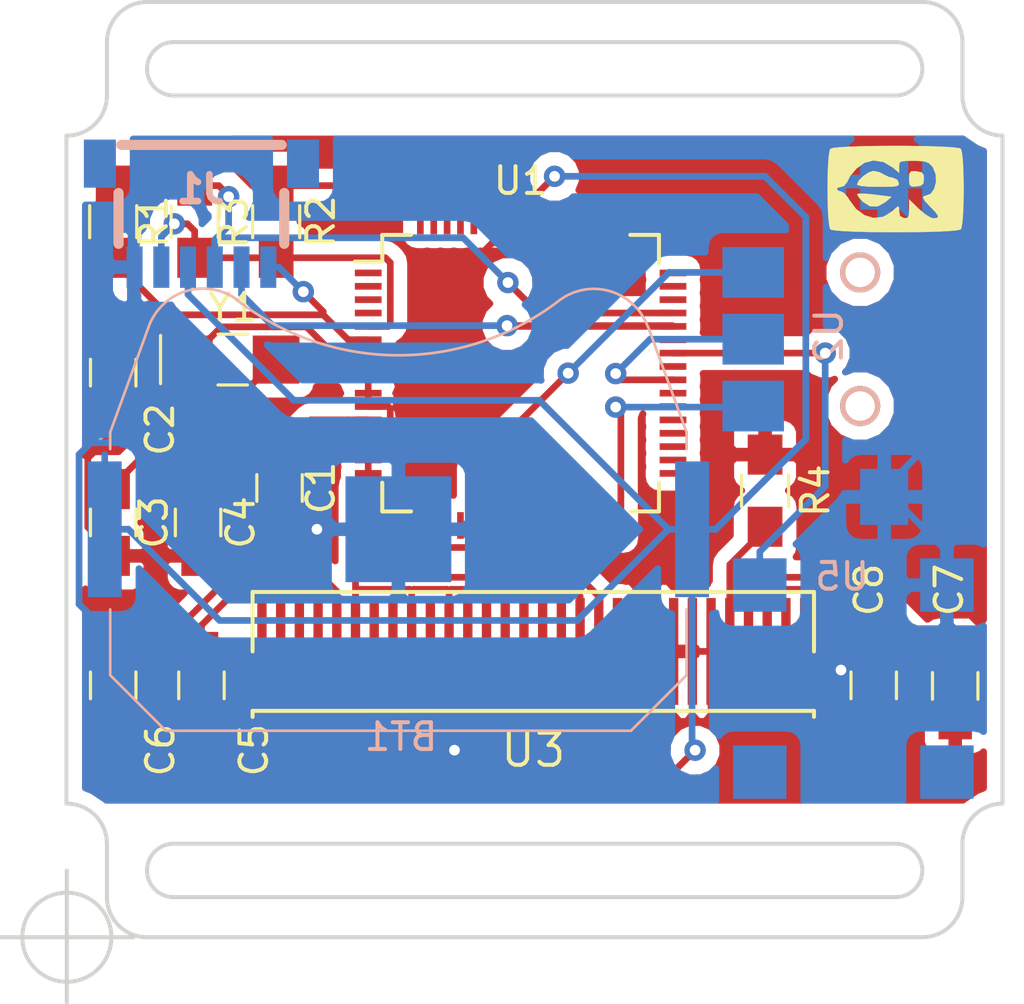
<source format=kicad_pcb>
(kicad_pcb (version 4) (host pcbnew 4.0.7-e2-6376~58~ubuntu16.04.1)

  (general
    (links 69)
    (no_connects 0)
    (area 95.158999 85.574999 130.325001 120.725001)
    (thickness 1.6)
    (drawings 25)
    (tracks 299)
    (zones 0)
    (modules 20)
    (nets 72)
  )

  (page A4)
  (layers
    (0 F.Cu signal)
    (31 B.Cu signal)
    (32 B.Adhes user hide)
    (33 F.Adhes user hide)
    (34 B.Paste user hide)
    (35 F.Paste user hide)
    (36 B.SilkS user)
    (37 F.SilkS user)
    (38 B.Mask user)
    (39 F.Mask user)
    (40 Dwgs.User user)
    (41 Cmts.User user)
    (42 Eco1.User user hide)
    (43 Eco2.User user hide)
    (44 Edge.Cuts user)
    (45 Margin user)
    (46 B.CrtYd user)
    (47 F.CrtYd user)
    (48 B.Fab user hide)
    (49 F.Fab user hide)
  )

  (setup
    (last_trace_width 0.25)
    (trace_clearance 0.2)
    (zone_clearance 0.508)
    (zone_45_only no)
    (trace_min 0.2)
    (segment_width 0.2)
    (edge_width 0.15)
    (via_size 0.8)
    (via_drill 0.4)
    (via_min_size 0.8)
    (via_min_drill 0.4)
    (uvia_size 0.3)
    (uvia_drill 0.1)
    (uvias_allowed no)
    (uvia_min_size 0.2)
    (uvia_min_drill 0.1)
    (pcb_text_width 0.3)
    (pcb_text_size 1.5 1.5)
    (mod_edge_width 0.15)
    (mod_text_size 1 1)
    (mod_text_width 0.15)
    (pad_size 1.524 1.524)
    (pad_drill 0.762)
    (pad_to_mask_clearance 0.2)
    (aux_axis_origin 0 0)
    (grid_origin 95.25 120.65)
    (visible_elements FFFFFE7F)
    (pcbplotparams
      (layerselection 0x00030_80000001)
      (usegerberextensions false)
      (excludeedgelayer true)
      (linewidth 0.100000)
      (plotframeref false)
      (viasonmask false)
      (mode 1)
      (useauxorigin false)
      (hpglpennumber 1)
      (hpglpenspeed 20)
      (hpglpendiameter 15)
      (hpglpenoverlay 2)
      (psnegative false)
      (psa4output false)
      (plotreference true)
      (plotvalue true)
      (plotinvisibletext false)
      (padsonsilk false)
      (subtractmaskfromsilk false)
      (outputformat 1)
      (mirror false)
      (drillshape 1)
      (scaleselection 1)
      (outputdirectory ""))
  )

  (net 0 "")
  (net 1 GND)
  (net 2 +3V3)
  (net 3 "Net-(C1-Pad1)")
  (net 4 "Net-(C3-Pad1)")
  (net 5 "Net-(C4-Pad1)")
  (net 6 "Net-(C5-Pad1)")
  (net 7 "Net-(C5-Pad2)")
  (net 8 "Net-(C6-Pad1)")
  (net 9 "Net-(C6-Pad2)")
  (net 10 "Net-(C7-Pad1)")
  (net 11 "Net-(C8-Pad1)")
  (net 12 RXD)
  (net 13 TXD)
  (net 14 DTR)
  (net 15 "Net-(J1-PadM1)")
  (net 16 "Net-(J1-PadM2)")
  (net 17 CTS)
  (net 18 "Net-(R4-Pad1)")
  (net 19 "Net-(U1-Pad1)")
  (net 20 "Net-(U1-Pad2)")
  (net 21 "Net-(U1-Pad3)")
  (net 22 "Net-(U1-Pad4)")
  (net 23 SCL)
  (net 24 SDA)
  (net 25 "Net-(U1-Pad19)")
  (net 26 "Net-(U1-Pad20)")
  (net 27 SW3)
  (net 28 "Net-(U1-Pad22)")
  (net 29 "Net-(U1-Pad23)")
  (net 30 "Net-(U1-Pad24)")
  (net 31 "Net-(U1-Pad25)")
  (net 32 "Net-(U1-Pad26)")
  (net 33 "Net-(U1-Pad27)")
  (net 34 "Net-(U1-Pad28)")
  (net 35 "Net-(U1-Pad29)")
  (net 36 "Net-(U1-Pad30)")
  (net 37 "Net-(U1-Pad31)")
  (net 38 SW1)
  (net 39 "Net-(U1-Pad33)")
  (net 40 "Net-(U1-Pad34)")
  (net 41 "Net-(U1-Pad35)")
  (net 42 "Net-(U1-Pad36)")
  (net 43 "Net-(U1-Pad37)")
  (net 44 "Net-(U1-Pad38)")
  (net 45 "Net-(U1-Pad39)")
  (net 46 SW2)
  (net 47 "Net-(U1-Pad41)")
  (net 48 "Net-(U1-Pad42)")
  (net 49 "Net-(U1-Pad43)")
  (net 50 "Net-(U1-Pad46)")
  (net 51 "Net-(U1-Pad47)")
  (net 52 "Net-(U1-Pad48)")
  (net 53 "Net-(U1-Pad49)")
  (net 54 "Net-(U1-Pad50)")
  (net 55 "Net-(U1-Pad51)")
  (net 56 "Net-(U1-Pad52)")
  (net 57 "Net-(U1-Pad53)")
  (net 58 "Net-(U1-Pad54)")
  (net 59 "Net-(U1-Pad57)")
  (net 60 "Net-(U1-Pad58)")
  (net 61 "Net-(U1-Pad59)")
  (net 62 "Net-(U1-Pad60)")
  (net 63 "Net-(U1-Pad61)")
  (net 64 "Net-(U1-Pad62)")
  (net 65 "Net-(U1-Pad63)")
  (net 66 "Net-(U1-Pad64)")
  (net 67 "Net-(U3-Pad1)")
  (net 68 "Net-(U3-Pad7)")
  (net 69 "Net-(U3-Pad30)")
  (net 70 "Net-(U5-Pad3)")
  (net 71 "Net-(U5-Pad4)")

  (net_class Default "This is the default net class."
    (clearance 0.2)
    (trace_width 0.25)
    (via_dia 0.8)
    (via_drill 0.4)
    (uvia_dia 0.3)
    (uvia_drill 0.1)
    (add_net +3V3)
    (add_net CTS)
    (add_net DTR)
    (add_net GND)
    (add_net "Net-(C1-Pad1)")
    (add_net "Net-(C3-Pad1)")
    (add_net "Net-(C4-Pad1)")
    (add_net "Net-(C5-Pad1)")
    (add_net "Net-(C5-Pad2)")
    (add_net "Net-(C6-Pad1)")
    (add_net "Net-(C6-Pad2)")
    (add_net "Net-(C7-Pad1)")
    (add_net "Net-(C8-Pad1)")
    (add_net "Net-(J1-PadM1)")
    (add_net "Net-(J1-PadM2)")
    (add_net "Net-(R4-Pad1)")
    (add_net "Net-(U1-Pad1)")
    (add_net "Net-(U1-Pad19)")
    (add_net "Net-(U1-Pad2)")
    (add_net "Net-(U1-Pad20)")
    (add_net "Net-(U1-Pad22)")
    (add_net "Net-(U1-Pad23)")
    (add_net "Net-(U1-Pad24)")
    (add_net "Net-(U1-Pad25)")
    (add_net "Net-(U1-Pad26)")
    (add_net "Net-(U1-Pad27)")
    (add_net "Net-(U1-Pad28)")
    (add_net "Net-(U1-Pad29)")
    (add_net "Net-(U1-Pad3)")
    (add_net "Net-(U1-Pad30)")
    (add_net "Net-(U1-Pad31)")
    (add_net "Net-(U1-Pad33)")
    (add_net "Net-(U1-Pad34)")
    (add_net "Net-(U1-Pad35)")
    (add_net "Net-(U1-Pad36)")
    (add_net "Net-(U1-Pad37)")
    (add_net "Net-(U1-Pad38)")
    (add_net "Net-(U1-Pad39)")
    (add_net "Net-(U1-Pad4)")
    (add_net "Net-(U1-Pad41)")
    (add_net "Net-(U1-Pad42)")
    (add_net "Net-(U1-Pad43)")
    (add_net "Net-(U1-Pad46)")
    (add_net "Net-(U1-Pad47)")
    (add_net "Net-(U1-Pad48)")
    (add_net "Net-(U1-Pad49)")
    (add_net "Net-(U1-Pad50)")
    (add_net "Net-(U1-Pad51)")
    (add_net "Net-(U1-Pad52)")
    (add_net "Net-(U1-Pad53)")
    (add_net "Net-(U1-Pad54)")
    (add_net "Net-(U1-Pad57)")
    (add_net "Net-(U1-Pad58)")
    (add_net "Net-(U1-Pad59)")
    (add_net "Net-(U1-Pad60)")
    (add_net "Net-(U1-Pad61)")
    (add_net "Net-(U1-Pad62)")
    (add_net "Net-(U1-Pad63)")
    (add_net "Net-(U1-Pad64)")
    (add_net "Net-(U3-Pad1)")
    (add_net "Net-(U3-Pad30)")
    (add_net "Net-(U3-Pad7)")
    (add_net "Net-(U5-Pad3)")
    (add_net "Net-(U5-Pad4)")
    (add_net RXD)
    (add_net SCL)
    (add_net SDA)
    (add_net SW1)
    (add_net SW2)
    (add_net SW3)
    (add_net TXD)
  )

  (module SSD1306:SSD1306 (layer F.Cu) (tedit 5686C95A) (tstamp 5AE6F9C9)
    (at 112.698 109.954)
    (path /5AE71A97)
    (fp_text reference U3 (at 0 3.696) (layer F.SilkS)
      (effects (font (size 1.2 1.2) (thickness 0.15)))
    )
    (fp_text value SSD1306 (at 0 4.5) (layer F.Fab)
      (effects (font (size 1.2 1.2) (thickness 0.15)))
    )
    (fp_line (start -10.5 -2.225) (end 10.5 -2.225) (layer F.SilkS) (width 0.15))
    (fp_line (start -10.5 2.225) (end 10.5 2.225) (layer F.SilkS) (width 0.15))
    (fp_line (start -10.5 2.225) (end -10.5 2.45) (layer F.SilkS) (width 0.15))
    (fp_line (start 10.5 2.225) (end 10.5 2.45) (layer F.SilkS) (width 0.15))
    (fp_line (start -10.5 0) (end -10.5 -2.225) (layer F.SilkS) (width 0.15))
    (fp_line (start 10.5 0) (end 10.5 -2.225) (layer F.SilkS) (width 0.15))
    (pad 1 smd rect (at -10.15 0) (size 0.35 4) (layers F.Cu F.Paste F.Mask)
      (net 67 "Net-(U3-Pad1)"))
    (pad 2 smd rect (at -9.45 0) (size 0.35 4) (layers F.Cu F.Paste F.Mask)
      (net 6 "Net-(C5-Pad1)"))
    (pad 3 smd rect (at -8.75 0) (size 0.35 4) (layers F.Cu F.Paste F.Mask)
      (net 7 "Net-(C5-Pad2)"))
    (pad 4 smd rect (at -8.05 0) (size 0.35 4) (layers F.Cu F.Paste F.Mask)
      (net 8 "Net-(C6-Pad1)"))
    (pad 5 smd rect (at -7.35 0) (size 0.35 4) (layers F.Cu F.Paste F.Mask)
      (net 9 "Net-(C6-Pad2)"))
    (pad 6 smd rect (at -6.65 0) (size 0.35 4) (layers F.Cu F.Paste F.Mask)
      (net 2 +3V3))
    (pad 7 smd rect (at -5.95 0) (size 0.35 4) (layers F.Cu F.Paste F.Mask)
      (net 68 "Net-(U3-Pad7)"))
    (pad 8 smd rect (at -5.25 0) (size 0.35 4) (layers F.Cu F.Paste F.Mask)
      (net 1 GND))
    (pad 9 smd rect (at -4.55 0) (size 0.35 4) (layers F.Cu F.Paste F.Mask)
      (net 2 +3V3))
    (pad 10 smd rect (at -3.85 0) (size 0.35 4) (layers F.Cu F.Paste F.Mask)
      (net 1 GND))
    (pad 11 smd rect (at -3.15 0) (size 0.35 4) (layers F.Cu F.Paste F.Mask)
      (net 2 +3V3))
    (pad 12 smd rect (at -2.45 0) (size 0.35 4) (layers F.Cu F.Paste F.Mask)
      (net 1 GND))
    (pad 13 smd rect (at -1.75 0) (size 0.35 4) (layers F.Cu F.Paste F.Mask)
      (net 1 GND))
    (pad 14 smd rect (at -1.05 0) (size 0.35 4) (layers F.Cu F.Paste F.Mask)
      (net 2 +3V3))
    (pad 15 smd rect (at -0.35 0) (size 0.35 4) (layers F.Cu F.Paste F.Mask)
      (net 1 GND))
    (pad 16 smd rect (at 0.35 0) (size 0.35 4) (layers F.Cu F.Paste F.Mask)
      (net 1 GND))
    (pad 17 smd rect (at 1.05 0) (size 0.35 4) (layers F.Cu F.Paste F.Mask)
      (net 1 GND))
    (pad 18 smd rect (at 1.75 0) (size 0.35 4) (layers F.Cu F.Paste F.Mask)
      (net 23 SCL))
    (pad 19 smd rect (at 2.45 0) (size 0.35 4) (layers F.Cu F.Paste F.Mask)
      (net 24 SDA))
    (pad 20 smd rect (at 3.15 0) (size 0.35 4) (layers F.Cu F.Paste F.Mask)
      (net 24 SDA))
    (pad 21 smd rect (at 3.85 0) (size 0.35 4) (layers F.Cu F.Paste F.Mask)
      (net 1 GND))
    (pad 22 smd rect (at 4.55 0) (size 0.35 4) (layers F.Cu F.Paste F.Mask)
      (net 1 GND))
    (pad 23 smd rect (at 5.25 0) (size 0.35 4) (layers F.Cu F.Paste F.Mask)
      (net 1 GND))
    (pad 24 smd rect (at 5.95 0) (size 0.35 4) (layers F.Cu F.Paste F.Mask)
      (net 1 GND))
    (pad 25 smd rect (at 6.65 0) (size 0.35 4) (layers F.Cu F.Paste F.Mask)
      (net 1 GND))
    (pad 26 smd rect (at 7.35 0) (size 0.35 4) (layers F.Cu F.Paste F.Mask)
      (net 18 "Net-(R4-Pad1)"))
    (pad 27 smd rect (at 8.05 0) (size 0.35 4) (layers F.Cu F.Paste F.Mask)
      (net 10 "Net-(C7-Pad1)"))
    (pad 28 smd rect (at 8.75 0) (size 0.35 4) (layers F.Cu F.Paste F.Mask)
      (net 11 "Net-(C8-Pad1)"))
    (pad 29 smd rect (at 9.45 0) (size 0.35 4) (layers F.Cu F.Paste F.Mask)
      (net 1 GND))
    (pad 30 smd rect (at 10.15 0) (size 0.35 4) (layers F.Cu F.Paste F.Mask)
      (net 69 "Net-(U3-Pad30)"))
  )

  (module Capacitors_SMD:C_0805_HandSoldering (layer F.Cu) (tedit 58AA84A8) (tstamp 5AE6F922)
    (at 100.286 111.224 90)
    (descr "Capacitor SMD 0805, hand soldering")
    (tags "capacitor 0805")
    (path /5AE71FE2)
    (attr smd)
    (fp_text reference C5 (at -2.426 1.964 90) (layer F.SilkS)
      (effects (font (size 1 1) (thickness 0.15)))
    )
    (fp_text value 1.0uF (at 0 1.75 90) (layer F.Fab)
      (effects (font (size 1 1) (thickness 0.15)))
    )
    (fp_text user %R (at 0 -1.75 90) (layer F.Fab)
      (effects (font (size 1 1) (thickness 0.15)))
    )
    (fp_line (start -1 0.62) (end -1 -0.62) (layer F.Fab) (width 0.1))
    (fp_line (start 1 0.62) (end -1 0.62) (layer F.Fab) (width 0.1))
    (fp_line (start 1 -0.62) (end 1 0.62) (layer F.Fab) (width 0.1))
    (fp_line (start -1 -0.62) (end 1 -0.62) (layer F.Fab) (width 0.1))
    (fp_line (start 0.5 -0.85) (end -0.5 -0.85) (layer F.SilkS) (width 0.12))
    (fp_line (start -0.5 0.85) (end 0.5 0.85) (layer F.SilkS) (width 0.12))
    (fp_line (start -2.25 -0.88) (end 2.25 -0.88) (layer F.CrtYd) (width 0.05))
    (fp_line (start -2.25 -0.88) (end -2.25 0.87) (layer F.CrtYd) (width 0.05))
    (fp_line (start 2.25 0.87) (end 2.25 -0.88) (layer F.CrtYd) (width 0.05))
    (fp_line (start 2.25 0.87) (end -2.25 0.87) (layer F.CrtYd) (width 0.05))
    (pad 1 smd rect (at -1.25 0 90) (size 1.5 1.25) (layers F.Cu F.Paste F.Mask)
      (net 6 "Net-(C5-Pad1)"))
    (pad 2 smd rect (at 1.25 0 90) (size 1.5 1.25) (layers F.Cu F.Paste F.Mask)
      (net 7 "Net-(C5-Pad2)"))
    (model Capacitors_SMD.3dshapes/C_0805.wrl
      (at (xyz 0 0 0))
      (scale (xyz 1 1 1))
      (rotate (xyz 0 0 0))
    )
  )

  (module Battery_Holders:Keystone_3034_1x20mm-CoinCell (layer B.Cu) (tedit 595D9565) (tstamp 5AE6F904)
    (at 107.652 105.382)
    (descr "Keystone 3034 SMD battery holder for 2020, 2025 and 2032 coincell batteries. http://www.keyelco.com/product-pdf.cfm?p=798")
    (tags "Keystone type 3034 coin cell retainer")
    (path /5AE83402)
    (attr smd)
    (fp_text reference BT1 (at 0.098 7.768) (layer B.SilkS)
      (effects (font (size 1 1) (thickness 0.15)) (justify mirror))
    )
    (fp_text value Battery_Cell (at 0 -11.5) (layer B.Fab)
      (effects (font (size 1 1) (thickness 0.15)) (justify mirror))
    )
    (fp_text user %R (at 0 2.9) (layer B.Fab)
      (effects (font (size 1 1) (thickness 0.15)) (justify mirror))
    )
    (fp_circle (center 0 0) (end 0 -10.25) (layer Dwgs.User) (width 0.15))
    (fp_arc (start 0 -16.36) (end 6 -8.55) (angle 75.1) (layer B.SilkS) (width 0.1))
    (fp_arc (start -7.31 -6.85) (end -9.34 -7.58) (angle 107.5) (layer B.SilkS) (width 0.1))
    (fp_line (start -10.78 -3.63) (end -9.34 -7.58) (layer B.SilkS) (width 0.1))
    (fp_line (start -8.7 7.54) (end -10.78 5.46) (layer B.SilkS) (width 0.1))
    (fp_line (start 8.7 7.54) (end -8.7 7.54) (layer B.SilkS) (width 0.1))
    (fp_line (start 8.7 7.54) (end 10.78 5.46) (layer B.SilkS) (width 0.1))
    (fp_line (start 10.78 -3.63) (end 9.34 -7.58) (layer B.SilkS) (width 0.1))
    (fp_arc (start 7.31 -6.85) (end 6 -8.55) (angle 107.5) (layer B.SilkS) (width 0.1))
    (fp_line (start -10.78 5.46) (end -10.78 3) (layer B.SilkS) (width 0.1))
    (fp_line (start -10.78 -3) (end -10.78 -3.63) (layer B.SilkS) (width 0.1))
    (fp_line (start 10.78 5.46) (end 10.78 3) (layer B.SilkS) (width 0.1))
    (fp_line (start 10.78 -3) (end 10.78 -3.63) (layer B.SilkS) (width 0.1))
    (fp_line (start -9.19 -7.53) (end -10.63 -3.6) (layer B.Fab) (width 0.1))
    (fp_line (start -10.63 -3.6) (end -10.63 5.4) (layer B.Fab) (width 0.1))
    (fp_line (start -10.63 5.4) (end -8.64 7.39) (layer B.Fab) (width 0.1))
    (fp_line (start -8.64 7.39) (end 8.64 7.39) (layer B.Fab) (width 0.1))
    (fp_line (start 8.64 7.39) (end 10.63 5.4) (layer B.Fab) (width 0.1))
    (fp_line (start 10.63 5.4) (end 10.63 -3.6) (layer B.Fab) (width 0.1))
    (fp_line (start 10.63 -3.6) (end 9.19 -7.53) (layer B.Fab) (width 0.1))
    (fp_arc (start 7.31 -6.85) (end 6.1 -8.43) (angle 107.5) (layer B.Fab) (width 0.1))
    (fp_arc (start 0 -16.36) (end 6.1 -8.43) (angle 75.1) (layer B.Fab) (width 0.1))
    (fp_arc (start -7.31 -6.85) (end -9.19 -7.53) (angle 107.5) (layer B.Fab) (width 0.1))
    (fp_line (start 11.87 2.79) (end 10.88 2.79) (layer B.CrtYd) (width 0.05))
    (fp_line (start 10.88 2.79) (end 10.88 5.5) (layer B.CrtYd) (width 0.05))
    (fp_line (start 10.88 5.5) (end 8.74 7.64) (layer B.CrtYd) (width 0.05))
    (fp_line (start 8.74 7.64) (end 7.2 7.64) (layer B.CrtYd) (width 0.05))
    (fp_arc (start 0 0) (end 7.2 7.64) (angle 86.6) (layer B.CrtYd) (width 0.05))
    (fp_line (start -7.2 7.64) (end -8.74 7.64) (layer B.CrtYd) (width 0.05))
    (fp_line (start -8.74 7.64) (end -10.88 5.5) (layer B.CrtYd) (width 0.05))
    (fp_line (start -10.88 5.5) (end -10.88 2.79) (layer B.CrtYd) (width 0.05))
    (fp_line (start -10.88 2.79) (end -11.87 2.79) (layer B.CrtYd) (width 0.05))
    (fp_line (start -11.87 2.79) (end -11.87 -2.79) (layer B.CrtYd) (width 0.05))
    (fp_line (start -11.87 -2.79) (end -10.88 -2.79) (layer B.CrtYd) (width 0.05))
    (fp_line (start -10.88 -2.79) (end -10.88 -3.64) (layer B.CrtYd) (width 0.05))
    (fp_line (start -10.88 -3.64) (end -9.44 -7.62) (layer B.CrtYd) (width 0.05))
    (fp_arc (start -7.31 -6.85) (end -9.43 -7.62) (angle 106.9) (layer B.CrtYd) (width 0.05))
    (fp_arc (start 0 0) (end -5.96 -8.64) (angle 69.1) (layer B.CrtYd) (width 0.05))
    (fp_arc (start 7.31 -6.85) (end 5.96 -8.64) (angle 106.9) (layer B.CrtYd) (width 0.05))
    (fp_line (start 9.43 -7.63) (end 10.88 -3.64) (layer B.CrtYd) (width 0.05))
    (fp_line (start 10.88 -3.64) (end 10.88 -2.79) (layer B.CrtYd) (width 0.05))
    (fp_line (start 10.88 -2.79) (end 11.87 -2.79) (layer B.CrtYd) (width 0.05))
    (fp_line (start 11.87 -2.79) (end 11.87 2.79) (layer B.CrtYd) (width 0.05))
    (pad 2 smd rect (at 0 0) (size 3.96 3.96) (layers B.Cu B.Paste B.Mask)
      (net 1 GND))
    (pad 1 smd rect (at 10.985 0) (size 1.27 5.08) (layers B.Cu B.Paste B.Mask)
      (net 2 +3V3))
    (pad 1 smd rect (at -10.985 0) (size 1.27 5.08) (layers B.Cu B.Paste B.Mask)
      (net 2 +3V3))
    (model ${KISYS3DMOD}/Battery_Holders.3dshapes/Keystone_3034_1x20mm-CoinCell.wrl
      (at (xyz 0 0 0))
      (scale (xyz 1 1 1))
      (rotate (xyz 0 0 0))
    )
  )

  (module Capacitors_SMD:C_0805_HandSoldering (layer F.Cu) (tedit 58AA84A8) (tstamp 5AE6F90A)
    (at 103.207 103.838 270)
    (descr "Capacitor SMD 0805, hand soldering")
    (tags "capacitor 0805")
    (path /5AE66347)
    (attr smd)
    (fp_text reference C1 (at 0 -1.543 270) (layer F.SilkS)
      (effects (font (size 1 1) (thickness 0.15)))
    )
    (fp_text value 0.47uF (at 0 1.75 270) (layer F.Fab)
      (effects (font (size 1 1) (thickness 0.15)))
    )
    (fp_text user %R (at 0 -1.75 270) (layer F.Fab)
      (effects (font (size 1 1) (thickness 0.15)))
    )
    (fp_line (start -1 0.62) (end -1 -0.62) (layer F.Fab) (width 0.1))
    (fp_line (start 1 0.62) (end -1 0.62) (layer F.Fab) (width 0.1))
    (fp_line (start 1 -0.62) (end 1 0.62) (layer F.Fab) (width 0.1))
    (fp_line (start -1 -0.62) (end 1 -0.62) (layer F.Fab) (width 0.1))
    (fp_line (start 0.5 -0.85) (end -0.5 -0.85) (layer F.SilkS) (width 0.12))
    (fp_line (start -0.5 0.85) (end 0.5 0.85) (layer F.SilkS) (width 0.12))
    (fp_line (start -2.25 -0.88) (end 2.25 -0.88) (layer F.CrtYd) (width 0.05))
    (fp_line (start -2.25 -0.88) (end -2.25 0.87) (layer F.CrtYd) (width 0.05))
    (fp_line (start 2.25 0.87) (end 2.25 -0.88) (layer F.CrtYd) (width 0.05))
    (fp_line (start 2.25 0.87) (end -2.25 0.87) (layer F.CrtYd) (width 0.05))
    (pad 1 smd rect (at -1.25 0 270) (size 1.5 1.25) (layers F.Cu F.Paste F.Mask)
      (net 3 "Net-(C1-Pad1)"))
    (pad 2 smd rect (at 1.25 0 270) (size 1.5 1.25) (layers F.Cu F.Paste F.Mask)
      (net 1 GND))
    (model Capacitors_SMD.3dshapes/C_0805.wrl
      (at (xyz 0 0 0))
      (scale (xyz 1 1 1))
      (rotate (xyz 0 0 0))
    )
  )

  (module Capacitors_SMD:C_0805_HandSoldering (layer F.Cu) (tedit 58AA84A8) (tstamp 5AE6F910)
    (at 96.984 99.52 270)
    (descr "Capacitor SMD 0805, hand soldering")
    (tags "capacitor 0805")
    (path /5AE66379)
    (attr smd)
    (fp_text reference C2 (at 2.13 -1.75 270) (layer F.SilkS)
      (effects (font (size 1 1) (thickness 0.15)))
    )
    (fp_text value 0.1uF (at 0 1.75 270) (layer F.Fab)
      (effects (font (size 1 1) (thickness 0.15)))
    )
    (fp_text user %R (at 0 -1.75 270) (layer F.Fab)
      (effects (font (size 1 1) (thickness 0.15)))
    )
    (fp_line (start -1 0.62) (end -1 -0.62) (layer F.Fab) (width 0.1))
    (fp_line (start 1 0.62) (end -1 0.62) (layer F.Fab) (width 0.1))
    (fp_line (start 1 -0.62) (end 1 0.62) (layer F.Fab) (width 0.1))
    (fp_line (start -1 -0.62) (end 1 -0.62) (layer F.Fab) (width 0.1))
    (fp_line (start 0.5 -0.85) (end -0.5 -0.85) (layer F.SilkS) (width 0.12))
    (fp_line (start -0.5 0.85) (end 0.5 0.85) (layer F.SilkS) (width 0.12))
    (fp_line (start -2.25 -0.88) (end 2.25 -0.88) (layer F.CrtYd) (width 0.05))
    (fp_line (start -2.25 -0.88) (end -2.25 0.87) (layer F.CrtYd) (width 0.05))
    (fp_line (start 2.25 0.87) (end 2.25 -0.88) (layer F.CrtYd) (width 0.05))
    (fp_line (start 2.25 0.87) (end -2.25 0.87) (layer F.CrtYd) (width 0.05))
    (pad 1 smd rect (at -1.25 0 270) (size 1.5 1.25) (layers F.Cu F.Paste F.Mask)
      (net 2 +3V3))
    (pad 2 smd rect (at 1.25 0 270) (size 1.5 1.25) (layers F.Cu F.Paste F.Mask)
      (net 1 GND))
    (model Capacitors_SMD.3dshapes/C_0805.wrl
      (at (xyz 0 0 0))
      (scale (xyz 1 1 1))
      (rotate (xyz 0 0 0))
    )
  )

  (module Capacitors_SMD:C_0805_HandSoldering (layer F.Cu) (tedit 58AA84A8) (tstamp 5AE6F916)
    (at 96.984 105.128 270)
    (descr "Capacitor SMD 0805, hand soldering")
    (tags "capacitor 0805")
    (path /5AE663A9)
    (attr smd)
    (fp_text reference C3 (at 0 -1.516 270) (layer F.SilkS)
      (effects (font (size 1 1) (thickness 0.15)))
    )
    (fp_text value 15pF (at 0 1.75 270) (layer F.Fab)
      (effects (font (size 1 1) (thickness 0.15)))
    )
    (fp_text user %R (at 0 -1.75 270) (layer F.Fab)
      (effects (font (size 1 1) (thickness 0.15)))
    )
    (fp_line (start -1 0.62) (end -1 -0.62) (layer F.Fab) (width 0.1))
    (fp_line (start 1 0.62) (end -1 0.62) (layer F.Fab) (width 0.1))
    (fp_line (start 1 -0.62) (end 1 0.62) (layer F.Fab) (width 0.1))
    (fp_line (start -1 -0.62) (end 1 -0.62) (layer F.Fab) (width 0.1))
    (fp_line (start 0.5 -0.85) (end -0.5 -0.85) (layer F.SilkS) (width 0.12))
    (fp_line (start -0.5 0.85) (end 0.5 0.85) (layer F.SilkS) (width 0.12))
    (fp_line (start -2.25 -0.88) (end 2.25 -0.88) (layer F.CrtYd) (width 0.05))
    (fp_line (start -2.25 -0.88) (end -2.25 0.87) (layer F.CrtYd) (width 0.05))
    (fp_line (start 2.25 0.87) (end 2.25 -0.88) (layer F.CrtYd) (width 0.05))
    (fp_line (start 2.25 0.87) (end -2.25 0.87) (layer F.CrtYd) (width 0.05))
    (pad 1 smd rect (at -1.25 0 270) (size 1.5 1.25) (layers F.Cu F.Paste F.Mask)
      (net 4 "Net-(C3-Pad1)"))
    (pad 2 smd rect (at 1.25 0 270) (size 1.5 1.25) (layers F.Cu F.Paste F.Mask)
      (net 1 GND))
    (model Capacitors_SMD.3dshapes/C_0805.wrl
      (at (xyz 0 0 0))
      (scale (xyz 1 1 1))
      (rotate (xyz 0 0 0))
    )
  )

  (module Capacitors_SMD:C_0805_HandSoldering (layer F.Cu) (tedit 58AA84A8) (tstamp 5AE6F91C)
    (at 100.159 105.128 270)
    (descr "Capacitor SMD 0805, hand soldering")
    (tags "capacitor 0805")
    (path /5AE663FF)
    (attr smd)
    (fp_text reference C4 (at 0 -1.591 270) (layer F.SilkS)
      (effects (font (size 1 1) (thickness 0.15)))
    )
    (fp_text value 15pF (at 0 1.75 270) (layer F.Fab)
      (effects (font (size 1 1) (thickness 0.15)))
    )
    (fp_text user %R (at 0 -1.75 270) (layer F.Fab)
      (effects (font (size 1 1) (thickness 0.15)))
    )
    (fp_line (start -1 0.62) (end -1 -0.62) (layer F.Fab) (width 0.1))
    (fp_line (start 1 0.62) (end -1 0.62) (layer F.Fab) (width 0.1))
    (fp_line (start 1 -0.62) (end 1 0.62) (layer F.Fab) (width 0.1))
    (fp_line (start -1 -0.62) (end 1 -0.62) (layer F.Fab) (width 0.1))
    (fp_line (start 0.5 -0.85) (end -0.5 -0.85) (layer F.SilkS) (width 0.12))
    (fp_line (start -0.5 0.85) (end 0.5 0.85) (layer F.SilkS) (width 0.12))
    (fp_line (start -2.25 -0.88) (end 2.25 -0.88) (layer F.CrtYd) (width 0.05))
    (fp_line (start -2.25 -0.88) (end -2.25 0.87) (layer F.CrtYd) (width 0.05))
    (fp_line (start 2.25 0.87) (end 2.25 -0.88) (layer F.CrtYd) (width 0.05))
    (fp_line (start 2.25 0.87) (end -2.25 0.87) (layer F.CrtYd) (width 0.05))
    (pad 1 smd rect (at -1.25 0 270) (size 1.5 1.25) (layers F.Cu F.Paste F.Mask)
      (net 5 "Net-(C4-Pad1)"))
    (pad 2 smd rect (at 1.25 0 270) (size 1.5 1.25) (layers F.Cu F.Paste F.Mask)
      (net 1 GND))
    (model Capacitors_SMD.3dshapes/C_0805.wrl
      (at (xyz 0 0 0))
      (scale (xyz 1 1 1))
      (rotate (xyz 0 0 0))
    )
  )

  (module Capacitors_SMD:C_0805_HandSoldering (layer F.Cu) (tedit 58AA84A8) (tstamp 5AE6F928)
    (at 96.984 111.224 90)
    (descr "Capacitor SMD 0805, hand soldering")
    (tags "capacitor 0805")
    (path /5AE7209E)
    (attr smd)
    (fp_text reference C6 (at -2.426 1.766 90) (layer F.SilkS)
      (effects (font (size 1 1) (thickness 0.15)))
    )
    (fp_text value 1.0uF (at 0 1.75 90) (layer F.Fab)
      (effects (font (size 1 1) (thickness 0.15)))
    )
    (fp_text user %R (at 0 -1.75 90) (layer F.Fab)
      (effects (font (size 1 1) (thickness 0.15)))
    )
    (fp_line (start -1 0.62) (end -1 -0.62) (layer F.Fab) (width 0.1))
    (fp_line (start 1 0.62) (end -1 0.62) (layer F.Fab) (width 0.1))
    (fp_line (start 1 -0.62) (end 1 0.62) (layer F.Fab) (width 0.1))
    (fp_line (start -1 -0.62) (end 1 -0.62) (layer F.Fab) (width 0.1))
    (fp_line (start 0.5 -0.85) (end -0.5 -0.85) (layer F.SilkS) (width 0.12))
    (fp_line (start -0.5 0.85) (end 0.5 0.85) (layer F.SilkS) (width 0.12))
    (fp_line (start -2.25 -0.88) (end 2.25 -0.88) (layer F.CrtYd) (width 0.05))
    (fp_line (start -2.25 -0.88) (end -2.25 0.87) (layer F.CrtYd) (width 0.05))
    (fp_line (start 2.25 0.87) (end 2.25 -0.88) (layer F.CrtYd) (width 0.05))
    (fp_line (start 2.25 0.87) (end -2.25 0.87) (layer F.CrtYd) (width 0.05))
    (pad 1 smd rect (at -1.25 0 90) (size 1.5 1.25) (layers F.Cu F.Paste F.Mask)
      (net 8 "Net-(C6-Pad1)"))
    (pad 2 smd rect (at 1.25 0 90) (size 1.5 1.25) (layers F.Cu F.Paste F.Mask)
      (net 9 "Net-(C6-Pad2)"))
    (model Capacitors_SMD.3dshapes/C_0805.wrl
      (at (xyz 0 0 0))
      (scale (xyz 1 1 1))
      (rotate (xyz 0 0 0))
    )
  )

  (module Capacitors_SMD:C_0805_HandSoldering (layer F.Cu) (tedit 58AA84A8) (tstamp 5AE6F92E)
    (at 128.48 111.244 270)
    (descr "Capacitor SMD 0805, hand soldering")
    (tags "capacitor 0805")
    (path /5AE737CF)
    (attr smd)
    (fp_text reference C7 (at -3.594 0.23 270) (layer F.SilkS)
      (effects (font (size 1 1) (thickness 0.15)))
    )
    (fp_text value 2.2uF (at 0 1.75 270) (layer F.Fab)
      (effects (font (size 1 1) (thickness 0.15)))
    )
    (fp_text user %R (at 0 -1.75 270) (layer F.Fab)
      (effects (font (size 1 1) (thickness 0.15)))
    )
    (fp_line (start -1 0.62) (end -1 -0.62) (layer F.Fab) (width 0.1))
    (fp_line (start 1 0.62) (end -1 0.62) (layer F.Fab) (width 0.1))
    (fp_line (start 1 -0.62) (end 1 0.62) (layer F.Fab) (width 0.1))
    (fp_line (start -1 -0.62) (end 1 -0.62) (layer F.Fab) (width 0.1))
    (fp_line (start 0.5 -0.85) (end -0.5 -0.85) (layer F.SilkS) (width 0.12))
    (fp_line (start -0.5 0.85) (end 0.5 0.85) (layer F.SilkS) (width 0.12))
    (fp_line (start -2.25 -0.88) (end 2.25 -0.88) (layer F.CrtYd) (width 0.05))
    (fp_line (start -2.25 -0.88) (end -2.25 0.87) (layer F.CrtYd) (width 0.05))
    (fp_line (start 2.25 0.87) (end 2.25 -0.88) (layer F.CrtYd) (width 0.05))
    (fp_line (start 2.25 0.87) (end -2.25 0.87) (layer F.CrtYd) (width 0.05))
    (pad 1 smd rect (at -1.25 0 270) (size 1.5 1.25) (layers F.Cu F.Paste F.Mask)
      (net 10 "Net-(C7-Pad1)"))
    (pad 2 smd rect (at 1.25 0 270) (size 1.5 1.25) (layers F.Cu F.Paste F.Mask)
      (net 1 GND))
    (model Capacitors_SMD.3dshapes/C_0805.wrl
      (at (xyz 0 0 0))
      (scale (xyz 1 1 1))
      (rotate (xyz 0 0 0))
    )
  )

  (module Capacitors_SMD:C_0805_HandSoldering (layer F.Cu) (tedit 58AA84A8) (tstamp 5AE6F934)
    (at 125.432 111.224 270)
    (descr "Capacitor SMD 0805, hand soldering")
    (tags "capacitor 0805")
    (path /5AE738C3)
    (attr smd)
    (fp_text reference C8 (at -3.574 0.182 270) (layer F.SilkS)
      (effects (font (size 1 1) (thickness 0.15)))
    )
    (fp_text value 2.2uF (at 0 1.75 270) (layer F.Fab)
      (effects (font (size 1 1) (thickness 0.15)))
    )
    (fp_text user %R (at 0 -1.75 270) (layer F.Fab)
      (effects (font (size 1 1) (thickness 0.15)))
    )
    (fp_line (start -1 0.62) (end -1 -0.62) (layer F.Fab) (width 0.1))
    (fp_line (start 1 0.62) (end -1 0.62) (layer F.Fab) (width 0.1))
    (fp_line (start 1 -0.62) (end 1 0.62) (layer F.Fab) (width 0.1))
    (fp_line (start -1 -0.62) (end 1 -0.62) (layer F.Fab) (width 0.1))
    (fp_line (start 0.5 -0.85) (end -0.5 -0.85) (layer F.SilkS) (width 0.12))
    (fp_line (start -0.5 0.85) (end 0.5 0.85) (layer F.SilkS) (width 0.12))
    (fp_line (start -2.25 -0.88) (end 2.25 -0.88) (layer F.CrtYd) (width 0.05))
    (fp_line (start -2.25 -0.88) (end -2.25 0.87) (layer F.CrtYd) (width 0.05))
    (fp_line (start 2.25 0.87) (end 2.25 -0.88) (layer F.CrtYd) (width 0.05))
    (fp_line (start 2.25 0.87) (end -2.25 0.87) (layer F.CrtYd) (width 0.05))
    (pad 1 smd rect (at -1.25 0 270) (size 1.5 1.25) (layers F.Cu F.Paste F.Mask)
      (net 11 "Net-(C8-Pad1)"))
    (pad 2 smd rect (at 1.25 0 270) (size 1.5 1.25) (layers F.Cu F.Paste F.Mask)
      (net 1 GND))
    (model Capacitors_SMD.3dshapes/C_0805.wrl
      (at (xyz 0 0 0))
      (scale (xyz 1 1 1))
      (rotate (xyz 0 0 0))
    )
  )

  (module JST-SH:JST-SM-06B-SRSS-TB (layer B.Cu) (tedit 53C7D93B) (tstamp 5AE6F940)
    (at 100.286 93.698 180)
    (path /5AE6AB8D)
    (fp_text reference J1 (at 0.036 1.048 180) (layer B.SilkS)
      (effects (font (size 1.00076 1.00076) (thickness 0.25146)) (justify mirror))
    )
    (fp_text value JST_SH_06 (at 0 0.29972 180) (layer B.SilkS) hide
      (effects (font (size 0.50038 0.50038) (thickness 0.12446)) (justify mirror))
    )
    (fp_line (start -2.99974 2.70002) (end 2.99974 2.70002) (layer B.SilkS) (width 0.381))
    (fp_line (start -3.09626 0.89916) (end -3.09626 -1.00076) (layer B.SilkS) (width 0.381))
    (fp_line (start 3.10134 0.89916) (end 3.10134 -1.00076) (layer B.SilkS) (width 0.381))
    (pad 2 smd rect (at -1.4986 -1.87452 180) (size 0.59944 1.5494) (layers B.Cu B.Paste B.Mask)
      (net 12 RXD) (solder_mask_margin 0.09906) (solder_paste_margin -0.09906) (clearance 0.09906))
    (pad 3 smd rect (at -0.49784 -1.87452 180) (size 0.59944 1.5494) (layers B.Cu B.Paste B.Mask)
      (net 13 TXD) (solder_mask_margin 0.09906) (solder_paste_margin -0.09906) (clearance 0.09906))
    (pad 1 smd rect (at -2.49936 -1.87452 180) (size 0.59944 1.5494) (layers B.Cu B.Paste B.Mask)
      (net 14 DTR) (solder_mask_margin 0.09906) (solder_paste_margin -0.09906) (clearance 0.09906))
    (pad M1 smd rect (at -3.7973 1.99898 180) (size 1.19888 1.80086) (layers B.Cu B.Paste B.Mask)
      (net 15 "Net-(J1-PadM1)") (solder_mask_margin 0.09906) (solder_paste_margin -0.09906) (clearance 0.09906))
    (pad M2 smd rect (at 3.79984 1.99898 180) (size 1.19888 1.80086) (layers B.Cu B.Paste B.Mask)
      (net 16 "Net-(J1-PadM2)") (solder_mask_margin 0.09906) (solder_paste_margin -0.09906) (clearance 0.09906))
    (pad 4 smd rect (at 0.50292 -1.87452 180) (size 0.59944 1.5494) (layers B.Cu B.Paste B.Mask)
      (net 2 +3V3) (solder_mask_margin 0.09906) (solder_paste_margin -0.09906) (clearance 0.09906))
    (pad 5 smd rect (at 1.50114 -1.87452 180) (size 0.59944 1.5494) (layers B.Cu B.Paste B.Mask)
      (net 17 CTS) (solder_mask_margin 0.09906) (solder_paste_margin -0.09906) (clearance 0.09906))
    (pad 6 smd rect (at 2.5019 -1.87452 180) (size 0.59944 1.5494) (layers B.Cu B.Paste B.Mask)
      (net 1 GND) (solder_mask_margin 0.09906) (solder_paste_margin -0.09906) (clearance 0.09906))
  )

  (module Resistors_SMD:R_0805_HandSoldering (layer F.Cu) (tedit 58E0A804) (tstamp 5AE6F946)
    (at 96.984 93.872 270)
    (descr "Resistor SMD 0805, hand soldering")
    (tags "resistor 0805")
    (path /5AE66307)
    (attr smd)
    (fp_text reference R1 (at 0 -1.516 270) (layer F.SilkS)
      (effects (font (size 1 1) (thickness 0.15)))
    )
    (fp_text value 1k (at 0 1.75 270) (layer F.Fab)
      (effects (font (size 1 1) (thickness 0.15)))
    )
    (fp_text user %R (at 0 0 270) (layer F.Fab)
      (effects (font (size 0.5 0.5) (thickness 0.075)))
    )
    (fp_line (start -1 0.62) (end -1 -0.62) (layer F.Fab) (width 0.1))
    (fp_line (start 1 0.62) (end -1 0.62) (layer F.Fab) (width 0.1))
    (fp_line (start 1 -0.62) (end 1 0.62) (layer F.Fab) (width 0.1))
    (fp_line (start -1 -0.62) (end 1 -0.62) (layer F.Fab) (width 0.1))
    (fp_line (start 0.6 0.88) (end -0.6 0.88) (layer F.SilkS) (width 0.12))
    (fp_line (start -0.6 -0.88) (end 0.6 -0.88) (layer F.SilkS) (width 0.12))
    (fp_line (start -2.35 -0.9) (end 2.35 -0.9) (layer F.CrtYd) (width 0.05))
    (fp_line (start -2.35 -0.9) (end -2.35 0.9) (layer F.CrtYd) (width 0.05))
    (fp_line (start 2.35 0.9) (end 2.35 -0.9) (layer F.CrtYd) (width 0.05))
    (fp_line (start 2.35 0.9) (end -2.35 0.9) (layer F.CrtYd) (width 0.05))
    (pad 1 smd rect (at -1.35 0 270) (size 1.5 1.3) (layers F.Cu F.Paste F.Mask)
      (net 2 +3V3))
    (pad 2 smd rect (at 1.35 0 270) (size 1.5 1.3) (layers F.Cu F.Paste F.Mask)
      (net 14 DTR))
    (model ${KISYS3DMOD}/Resistors_SMD.3dshapes/R_0805.wrl
      (at (xyz 0 0 0))
      (scale (xyz 1 1 1))
      (rotate (xyz 0 0 0))
    )
  )

  (module Resistors_SMD:R_0805_HandSoldering (layer F.Cu) (tedit 58E0A804) (tstamp 5AE6F94C)
    (at 103.08 93.872 270)
    (descr "Resistor SMD 0805, hand soldering")
    (tags "resistor 0805")
    (path /5AE66229)
    (attr smd)
    (fp_text reference R2 (at 0 -1.67 270) (layer F.SilkS)
      (effects (font (size 1 1) (thickness 0.15)))
    )
    (fp_text value 12k (at 0 1.75 270) (layer F.Fab)
      (effects (font (size 1 1) (thickness 0.15)))
    )
    (fp_text user %R (at 0 0 270) (layer F.Fab)
      (effects (font (size 0.5 0.5) (thickness 0.075)))
    )
    (fp_line (start -1 0.62) (end -1 -0.62) (layer F.Fab) (width 0.1))
    (fp_line (start 1 0.62) (end -1 0.62) (layer F.Fab) (width 0.1))
    (fp_line (start 1 -0.62) (end 1 0.62) (layer F.Fab) (width 0.1))
    (fp_line (start -1 -0.62) (end 1 -0.62) (layer F.Fab) (width 0.1))
    (fp_line (start 0.6 0.88) (end -0.6 0.88) (layer F.SilkS) (width 0.12))
    (fp_line (start -0.6 -0.88) (end 0.6 -0.88) (layer F.SilkS) (width 0.12))
    (fp_line (start -2.35 -0.9) (end 2.35 -0.9) (layer F.CrtYd) (width 0.05))
    (fp_line (start -2.35 -0.9) (end -2.35 0.9) (layer F.CrtYd) (width 0.05))
    (fp_line (start 2.35 0.9) (end 2.35 -0.9) (layer F.CrtYd) (width 0.05))
    (fp_line (start 2.35 0.9) (end -2.35 0.9) (layer F.CrtYd) (width 0.05))
    (pad 1 smd rect (at -1.35 0 270) (size 1.5 1.3) (layers F.Cu F.Paste F.Mask)
      (net 2 +3V3))
    (pad 2 smd rect (at 1.35 0 270) (size 1.5 1.3) (layers F.Cu F.Paste F.Mask)
      (net 17 CTS))
    (model ${KISYS3DMOD}/Resistors_SMD.3dshapes/R_0805.wrl
      (at (xyz 0 0 0))
      (scale (xyz 1 1 1))
      (rotate (xyz 0 0 0))
    )
  )

  (module Resistors_SMD:R_0805_HandSoldering (layer F.Cu) (tedit 58E0A804) (tstamp 5AE6F952)
    (at 100.032 93.872 90)
    (descr "Resistor SMD 0805, hand soldering")
    (tags "resistor 0805")
    (path /5AE6627F)
    (attr smd)
    (fp_text reference R3 (at -0.028 1.468 90) (layer F.SilkS)
      (effects (font (size 1 1) (thickness 0.15)))
    )
    (fp_text value 2k (at 0 1.75 90) (layer F.Fab)
      (effects (font (size 1 1) (thickness 0.15)))
    )
    (fp_text user %R (at 0 0 90) (layer F.Fab)
      (effects (font (size 0.5 0.5) (thickness 0.075)))
    )
    (fp_line (start -1 0.62) (end -1 -0.62) (layer F.Fab) (width 0.1))
    (fp_line (start 1 0.62) (end -1 0.62) (layer F.Fab) (width 0.1))
    (fp_line (start 1 -0.62) (end 1 0.62) (layer F.Fab) (width 0.1))
    (fp_line (start -1 -0.62) (end 1 -0.62) (layer F.Fab) (width 0.1))
    (fp_line (start 0.6 0.88) (end -0.6 0.88) (layer F.SilkS) (width 0.12))
    (fp_line (start -0.6 -0.88) (end 0.6 -0.88) (layer F.SilkS) (width 0.12))
    (fp_line (start -2.35 -0.9) (end 2.35 -0.9) (layer F.CrtYd) (width 0.05))
    (fp_line (start -2.35 -0.9) (end -2.35 0.9) (layer F.CrtYd) (width 0.05))
    (fp_line (start 2.35 0.9) (end 2.35 -0.9) (layer F.CrtYd) (width 0.05))
    (fp_line (start 2.35 0.9) (end -2.35 0.9) (layer F.CrtYd) (width 0.05))
    (pad 1 smd rect (at -1.35 0 90) (size 1.5 1.3) (layers F.Cu F.Paste F.Mask)
      (net 17 CTS))
    (pad 2 smd rect (at 1.35 0 90) (size 1.5 1.3) (layers F.Cu F.Paste F.Mask)
      (net 13 TXD))
    (model ${KISYS3DMOD}/Resistors_SMD.3dshapes/R_0805.wrl
      (at (xyz 0 0 0))
      (scale (xyz 1 1 1))
      (rotate (xyz 0 0 0))
    )
  )

  (module Resistors_SMD:R_0805_HandSoldering (layer F.Cu) (tedit 58E0A804) (tstamp 5AE6F958)
    (at 121.368 103.938 90)
    (descr "Resistor SMD 0805, hand soldering")
    (tags "resistor 0805")
    (path /5AE73585)
    (attr smd)
    (fp_text reference R4 (at 0 1.882 90) (layer F.SilkS)
      (effects (font (size 1 1) (thickness 0.15)))
    )
    (fp_text value 400k (at 0 1.75 90) (layer F.Fab)
      (effects (font (size 1 1) (thickness 0.15)))
    )
    (fp_text user %R (at 0 0 90) (layer F.Fab)
      (effects (font (size 0.5 0.5) (thickness 0.075)))
    )
    (fp_line (start -1 0.62) (end -1 -0.62) (layer F.Fab) (width 0.1))
    (fp_line (start 1 0.62) (end -1 0.62) (layer F.Fab) (width 0.1))
    (fp_line (start 1 -0.62) (end 1 0.62) (layer F.Fab) (width 0.1))
    (fp_line (start -1 -0.62) (end 1 -0.62) (layer F.Fab) (width 0.1))
    (fp_line (start 0.6 0.88) (end -0.6 0.88) (layer F.SilkS) (width 0.12))
    (fp_line (start -0.6 -0.88) (end 0.6 -0.88) (layer F.SilkS) (width 0.12))
    (fp_line (start -2.35 -0.9) (end 2.35 -0.9) (layer F.CrtYd) (width 0.05))
    (fp_line (start -2.35 -0.9) (end -2.35 0.9) (layer F.CrtYd) (width 0.05))
    (fp_line (start 2.35 0.9) (end 2.35 -0.9) (layer F.CrtYd) (width 0.05))
    (fp_line (start 2.35 0.9) (end -2.35 0.9) (layer F.CrtYd) (width 0.05))
    (pad 1 smd rect (at -1.35 0 90) (size 1.5 1.3) (layers F.Cu F.Paste F.Mask)
      (net 18 "Net-(R4-Pad1)"))
    (pad 2 smd rect (at 1.35 0 90) (size 1.5 1.3) (layers F.Cu F.Paste F.Mask)
      (net 1 GND))
    (model ${KISYS3DMOD}/Resistors_SMD.3dshapes/R_0805.wrl
      (at (xyz 0 0 0))
      (scale (xyz 1 1 1))
      (rotate (xyz 0 0 0))
    )
  )

  (module Housings_QFP:LQFP-64_10x10mm_Pitch0.5mm (layer F.Cu) (tedit 58CC9A47) (tstamp 5AE6F99C)
    (at 112.224 99.54)
    (descr "64 LEAD LQFP 10x10mm (see MICREL LQFP10x10-64LD-PL-1.pdf)")
    (tags "QFP 0.5")
    (path /5AE6A60B)
    (attr smd)
    (fp_text reference U1 (at 0 -7.2) (layer F.SilkS)
      (effects (font (size 1 1) (thickness 0.15)))
    )
    (fp_text value R5F100LJAFB (at 0 7.2) (layer F.Fab)
      (effects (font (size 1 1) (thickness 0.15)))
    )
    (fp_text user %R (at 0 0) (layer F.Fab)
      (effects (font (size 1 1) (thickness 0.15)))
    )
    (fp_line (start -4 -5) (end 5 -5) (layer F.Fab) (width 0.15))
    (fp_line (start 5 -5) (end 5 5) (layer F.Fab) (width 0.15))
    (fp_line (start 5 5) (end -5 5) (layer F.Fab) (width 0.15))
    (fp_line (start -5 5) (end -5 -4) (layer F.Fab) (width 0.15))
    (fp_line (start -5 -4) (end -4 -5) (layer F.Fab) (width 0.15))
    (fp_line (start -6.45 -6.45) (end -6.45 6.45) (layer F.CrtYd) (width 0.05))
    (fp_line (start 6.45 -6.45) (end 6.45 6.45) (layer F.CrtYd) (width 0.05))
    (fp_line (start -6.45 -6.45) (end 6.45 -6.45) (layer F.CrtYd) (width 0.05))
    (fp_line (start -6.45 6.45) (end 6.45 6.45) (layer F.CrtYd) (width 0.05))
    (fp_line (start -5.175 -5.175) (end -5.175 -4.175) (layer F.SilkS) (width 0.15))
    (fp_line (start 5.175 -5.175) (end 5.175 -4.1) (layer F.SilkS) (width 0.15))
    (fp_line (start 5.175 5.175) (end 5.175 4.1) (layer F.SilkS) (width 0.15))
    (fp_line (start -5.175 5.175) (end -5.175 4.1) (layer F.SilkS) (width 0.15))
    (fp_line (start -5.175 -5.175) (end -4.1 -5.175) (layer F.SilkS) (width 0.15))
    (fp_line (start -5.175 5.175) (end -4.1 5.175) (layer F.SilkS) (width 0.15))
    (fp_line (start 5.175 5.175) (end 4.1 5.175) (layer F.SilkS) (width 0.15))
    (fp_line (start 5.175 -5.175) (end 4.1 -5.175) (layer F.SilkS) (width 0.15))
    (fp_line (start -5.175 -4.175) (end -6.2 -4.175) (layer F.SilkS) (width 0.15))
    (pad 1 smd rect (at -5.7 -3.75) (size 1 0.25) (layers F.Cu F.Paste F.Mask)
      (net 19 "Net-(U1-Pad1)"))
    (pad 2 smd rect (at -5.7 -3.25) (size 1 0.25) (layers F.Cu F.Paste F.Mask)
      (net 20 "Net-(U1-Pad2)"))
    (pad 3 smd rect (at -5.7 -2.75) (size 1 0.25) (layers F.Cu F.Paste F.Mask)
      (net 21 "Net-(U1-Pad3)"))
    (pad 4 smd rect (at -5.7 -2.25) (size 1 0.25) (layers F.Cu F.Paste F.Mask)
      (net 22 "Net-(U1-Pad4)"))
    (pad 5 smd rect (at -5.7 -1.75) (size 1 0.25) (layers F.Cu F.Paste F.Mask)
      (net 17 CTS))
    (pad 6 smd rect (at -5.7 -1.25) (size 1 0.25) (layers F.Cu F.Paste F.Mask)
      (net 14 DTR))
    (pad 7 smd rect (at -5.7 -0.75) (size 1 0.25) (layers F.Cu F.Paste F.Mask)
      (net 4 "Net-(C3-Pad1)"))
    (pad 8 smd rect (at -5.7 -0.25) (size 1 0.25) (layers F.Cu F.Paste F.Mask)
      (net 5 "Net-(C4-Pad1)"))
    (pad 9 smd rect (at -5.7 0.25) (size 1 0.25) (layers F.Cu F.Paste F.Mask)
      (net 1 GND))
    (pad 10 smd rect (at -5.7 0.75) (size 1 0.25) (layers F.Cu F.Paste F.Mask)
      (net 1 GND))
    (pad 11 smd rect (at -5.7 1.25) (size 1 0.25) (layers F.Cu F.Paste F.Mask)
      (net 1 GND))
    (pad 12 smd rect (at -5.7 1.75) (size 1 0.25) (layers F.Cu F.Paste F.Mask)
      (net 3 "Net-(C1-Pad1)"))
    (pad 13 smd rect (at -5.7 2.25) (size 1 0.25) (layers F.Cu F.Paste F.Mask)
      (net 1 GND))
    (pad 14 smd rect (at -5.7 2.75) (size 1 0.25) (layers F.Cu F.Paste F.Mask)
      (net 1 GND))
    (pad 15 smd rect (at -5.7 3.25) (size 1 0.25) (layers F.Cu F.Paste F.Mask)
      (net 2 +3V3))
    (pad 16 smd rect (at -5.7 3.75) (size 1 0.25) (layers F.Cu F.Paste F.Mask)
      (net 2 +3V3))
    (pad 17 smd rect (at -3.75 5.7 90) (size 1 0.25) (layers F.Cu F.Paste F.Mask)
      (net 23 SCL))
    (pad 18 smd rect (at -3.25 5.7 90) (size 1 0.25) (layers F.Cu F.Paste F.Mask)
      (net 24 SDA))
    (pad 19 smd rect (at -2.75 5.7 90) (size 1 0.25) (layers F.Cu F.Paste F.Mask)
      (net 25 "Net-(U1-Pad19)"))
    (pad 20 smd rect (at -2.25 5.7 90) (size 1 0.25) (layers F.Cu F.Paste F.Mask)
      (net 26 "Net-(U1-Pad20)"))
    (pad 21 smd rect (at -1.75 5.7 90) (size 1 0.25) (layers F.Cu F.Paste F.Mask)
      (net 27 SW3))
    (pad 22 smd rect (at -1.25 5.7 90) (size 1 0.25) (layers F.Cu F.Paste F.Mask)
      (net 28 "Net-(U1-Pad22)"))
    (pad 23 smd rect (at -0.75 5.7 90) (size 1 0.25) (layers F.Cu F.Paste F.Mask)
      (net 29 "Net-(U1-Pad23)"))
    (pad 24 smd rect (at -0.25 5.7 90) (size 1 0.25) (layers F.Cu F.Paste F.Mask)
      (net 30 "Net-(U1-Pad24)"))
    (pad 25 smd rect (at 0.25 5.7 90) (size 1 0.25) (layers F.Cu F.Paste F.Mask)
      (net 31 "Net-(U1-Pad25)"))
    (pad 26 smd rect (at 0.75 5.7 90) (size 1 0.25) (layers F.Cu F.Paste F.Mask)
      (net 32 "Net-(U1-Pad26)"))
    (pad 27 smd rect (at 1.25 5.7 90) (size 1 0.25) (layers F.Cu F.Paste F.Mask)
      (net 33 "Net-(U1-Pad27)"))
    (pad 28 smd rect (at 1.75 5.7 90) (size 1 0.25) (layers F.Cu F.Paste F.Mask)
      (net 34 "Net-(U1-Pad28)"))
    (pad 29 smd rect (at 2.25 5.7 90) (size 1 0.25) (layers F.Cu F.Paste F.Mask)
      (net 35 "Net-(U1-Pad29)"))
    (pad 30 smd rect (at 2.75 5.7 90) (size 1 0.25) (layers F.Cu F.Paste F.Mask)
      (net 36 "Net-(U1-Pad30)"))
    (pad 31 smd rect (at 3.25 5.7 90) (size 1 0.25) (layers F.Cu F.Paste F.Mask)
      (net 37 "Net-(U1-Pad31)"))
    (pad 32 smd rect (at 3.75 5.7 90) (size 1 0.25) (layers F.Cu F.Paste F.Mask)
      (net 38 SW1))
    (pad 33 smd rect (at 5.7 3.75) (size 1 0.25) (layers F.Cu F.Paste F.Mask)
      (net 39 "Net-(U1-Pad33)"))
    (pad 34 smd rect (at 5.7 3.25) (size 1 0.25) (layers F.Cu F.Paste F.Mask)
      (net 40 "Net-(U1-Pad34)"))
    (pad 35 smd rect (at 5.7 2.75) (size 1 0.25) (layers F.Cu F.Paste F.Mask)
      (net 41 "Net-(U1-Pad35)"))
    (pad 36 smd rect (at 5.7 2.25) (size 1 0.25) (layers F.Cu F.Paste F.Mask)
      (net 42 "Net-(U1-Pad36)"))
    (pad 37 smd rect (at 5.7 1.75) (size 1 0.25) (layers F.Cu F.Paste F.Mask)
      (net 43 "Net-(U1-Pad37)"))
    (pad 38 smd rect (at 5.7 1.25) (size 1 0.25) (layers F.Cu F.Paste F.Mask)
      (net 44 "Net-(U1-Pad38)"))
    (pad 39 smd rect (at 5.7 0.75) (size 1 0.25) (layers F.Cu F.Paste F.Mask)
      (net 45 "Net-(U1-Pad39)"))
    (pad 40 smd rect (at 5.7 0.25) (size 1 0.25) (layers F.Cu F.Paste F.Mask)
      (net 46 SW2))
    (pad 41 smd rect (at 5.7 -0.25) (size 1 0.25) (layers F.Cu F.Paste F.Mask)
      (net 47 "Net-(U1-Pad41)"))
    (pad 42 smd rect (at 5.7 -0.75) (size 1 0.25) (layers F.Cu F.Paste F.Mask)
      (net 48 "Net-(U1-Pad42)"))
    (pad 43 smd rect (at 5.7 -1.25) (size 1 0.25) (layers F.Cu F.Paste F.Mask)
      (net 49 "Net-(U1-Pad43)"))
    (pad 44 smd rect (at 5.7 -1.75) (size 1 0.25) (layers F.Cu F.Paste F.Mask)
      (net 12 RXD))
    (pad 45 smd rect (at 5.7 -2.25) (size 1 0.25) (layers F.Cu F.Paste F.Mask)
      (net 13 TXD))
    (pad 46 smd rect (at 5.7 -2.75) (size 1 0.25) (layers F.Cu F.Paste F.Mask)
      (net 50 "Net-(U1-Pad46)"))
    (pad 47 smd rect (at 5.7 -3.25) (size 1 0.25) (layers F.Cu F.Paste F.Mask)
      (net 51 "Net-(U1-Pad47)"))
    (pad 48 smd rect (at 5.7 -3.75) (size 1 0.25) (layers F.Cu F.Paste F.Mask)
      (net 52 "Net-(U1-Pad48)"))
    (pad 49 smd rect (at 3.75 -5.7 90) (size 1 0.25) (layers F.Cu F.Paste F.Mask)
      (net 53 "Net-(U1-Pad49)"))
    (pad 50 smd rect (at 3.25 -5.7 90) (size 1 0.25) (layers F.Cu F.Paste F.Mask)
      (net 54 "Net-(U1-Pad50)"))
    (pad 51 smd rect (at 2.75 -5.7 90) (size 1 0.25) (layers F.Cu F.Paste F.Mask)
      (net 55 "Net-(U1-Pad51)"))
    (pad 52 smd rect (at 2.25 -5.7 90) (size 1 0.25) (layers F.Cu F.Paste F.Mask)
      (net 56 "Net-(U1-Pad52)"))
    (pad 53 smd rect (at 1.75 -5.7 90) (size 1 0.25) (layers F.Cu F.Paste F.Mask)
      (net 57 "Net-(U1-Pad53)"))
    (pad 54 smd rect (at 1.25 -5.7 90) (size 1 0.25) (layers F.Cu F.Paste F.Mask)
      (net 58 "Net-(U1-Pad54)"))
    (pad 55 smd rect (at 0.75 -5.7 90) (size 1 0.25) (layers F.Cu F.Paste F.Mask)
      (net 1 GND))
    (pad 56 smd rect (at 0.25 -5.7 90) (size 1 0.25) (layers F.Cu F.Paste F.Mask)
      (net 2 +3V3))
    (pad 57 smd rect (at -0.25 -5.7 90) (size 1 0.25) (layers F.Cu F.Paste F.Mask)
      (net 59 "Net-(U1-Pad57)"))
    (pad 58 smd rect (at -0.75 -5.7 90) (size 1 0.25) (layers F.Cu F.Paste F.Mask)
      (net 60 "Net-(U1-Pad58)"))
    (pad 59 smd rect (at -1.25 -5.7 90) (size 1 0.25) (layers F.Cu F.Paste F.Mask)
      (net 61 "Net-(U1-Pad59)"))
    (pad 60 smd rect (at -1.75 -5.7 90) (size 1 0.25) (layers F.Cu F.Paste F.Mask)
      (net 62 "Net-(U1-Pad60)"))
    (pad 61 smd rect (at -2.25 -5.7 90) (size 1 0.25) (layers F.Cu F.Paste F.Mask)
      (net 63 "Net-(U1-Pad61)"))
    (pad 62 smd rect (at -2.75 -5.7 90) (size 1 0.25) (layers F.Cu F.Paste F.Mask)
      (net 64 "Net-(U1-Pad62)"))
    (pad 63 smd rect (at -3.25 -5.7 90) (size 1 0.25) (layers F.Cu F.Paste F.Mask)
      (net 65 "Net-(U1-Pad63)"))
    (pad 64 smd rect (at -3.75 -5.7 90) (size 1 0.25) (layers F.Cu F.Paste F.Mask)
      (net 66 "Net-(U1-Pad64)"))
    (model ${KISYS3DMOD}/Housings_QFP.3dshapes/LQFP-64_10x10mm_Pitch0.5mm.wrl
      (at (xyz 0 0 0))
      (scale (xyz 1 1 1))
      (rotate (xyz 0 0 0))
    )
  )

  (module misc:TST-1005 (layer B.Cu) (tedit 5686A688) (tstamp 5AE6F9A7)
    (at 124.924 98.27 90)
    (path /5AE77770)
    (fp_text reference U2 (at 0.12 -1.174 90) (layer B.SilkS)
      (effects (font (size 1 1) (thickness 0.15)) (justify mirror))
    )
    (fp_text value MULTI_SW (at 0 2.1 90) (layer B.Fab)
      (effects (font (size 1 1) (thickness 0.15)) (justify mirror))
    )
    (pad 4 smd trapezoid (at -5.6 0.9 90) (size 2.1 1.8) (drill (offset -0.3 0)) (layers B.Cu B.Paste B.Mask)
      (net 1 GND))
    (pad "" thru_hole circle (at 2.5 0 90) (size 1.5 1.5) (drill 1.1) (layers *.Cu *.Mask B.SilkS))
    (pad 3 smd trapezoid (at 2.5 -3.8 90) (size 1.9 2.3) (drill (offset 0 -0.2)) (layers B.Cu B.Paste B.Mask)
      (net 27 SW3))
    (pad 2 smd trapezoid (at 0 -3.8 90) (size 1.9 2.3) (drill (offset 0 -0.2)) (layers B.Cu B.Paste B.Mask)
      (net 46 SW2))
    (pad "" thru_hole circle (at -2.5 0 90) (size 1.5 1.5) (drill 1.1) (layers *.Cu *.Mask B.SilkS))
    (pad 1 smd trapezoid (at -2.5 -3.8 90) (size 1.9 2.3) (drill (offset 0 -0.2)) (layers B.Cu B.Paste B.Mask)
      (net 38 SW1))
    (pad 5 smd trapezoid (at 5.6 0.9 90) (size 2.1 1.8) (drill (offset 0.3 0)) (layers B.Cu B.Paste B.Mask)
      (net 1 GND))
  )

  (module misc:BZ7025 (layer B.Cu) (tedit 5686C574) (tstamp 5AE6F9D1)
    (at 124.67 110.97 180)
    (path /5AE82074)
    (fp_text reference U5 (at 0.42 3.82 180) (layer B.SilkS)
      (effects (font (size 1 1) (thickness 0.15)) (justify mirror))
    )
    (fp_text value BUZZER (at 0 0.5 180) (layer B.Fab)
      (effects (font (size 1 1) (thickness 0.15)) (justify mirror))
    )
    (pad 3 smd rect (at -3.5 -3.5 180) (size 2 2) (layers B.Cu B.Paste B.Mask)
      (net 70 "Net-(U5-Pad3)"))
    (pad 4 smd rect (at 3.5 -3.5 180) (size 2 2) (layers B.Cu B.Paste B.Mask)
      (net 71 "Net-(U5-Pad4)"))
    (pad 1 smd rect (at 3.5 3.5 180) (size 2 2) (layers B.Cu B.Paste B.Mask)
      (net 48 "Net-(U1-Pad42)"))
    (pad 2 smd rect (at -3.5 3.5 180) (size 2 2) (layers B.Cu B.Paste B.Mask)
      (net 1 GND))
  )

  (module Crystals:Crystal_SMD_G8-2pin_3.2x1.5mm_HandSoldering (layer F.Cu) (tedit 58CD2E9D) (tstamp 5AE6F9D7)
    (at 101.455 99.032)
    (descr "SMD Crystal G8, hand-soldering, 3.2x1.5mm^2 package")
    (tags "SMD SMT crystal hand-soldering")
    (path /5AE6645B)
    (attr smd)
    (fp_text reference Y1 (at 0 -1.95) (layer F.SilkS)
      (effects (font (size 1 1) (thickness 0.15)))
    )
    (fp_text value 32.768k (at 0 1.95) (layer F.Fab)
      (effects (font (size 1 1) (thickness 0.15)))
    )
    (fp_text user %R (at 0 0) (layer F.Fab)
      (effects (font (size 0.7 0.7) (thickness 0.105)))
    )
    (fp_line (start -1.6 -0.75) (end -1.6 0.75) (layer F.Fab) (width 0.1))
    (fp_line (start -1.6 0.75) (end 1.6 0.75) (layer F.Fab) (width 0.1))
    (fp_line (start 1.6 0.75) (end 1.6 -0.75) (layer F.Fab) (width 0.1))
    (fp_line (start 1.6 -0.75) (end -1.6 -0.75) (layer F.Fab) (width 0.1))
    (fp_line (start -1.6 0.25) (end -1.1 0.75) (layer F.Fab) (width 0.1))
    (fp_line (start -0.55 -0.95) (end 0.55 -0.95) (layer F.SilkS) (width 0.12))
    (fp_line (start -0.55 0.95) (end 0.55 0.95) (layer F.SilkS) (width 0.12))
    (fp_line (start -2.7 -0.9) (end -2.7 0.9) (layer F.SilkS) (width 0.12))
    (fp_line (start -2.8 -1.2) (end -2.8 1.2) (layer F.CrtYd) (width 0.05))
    (fp_line (start -2.8 1.2) (end 2.8 1.2) (layer F.CrtYd) (width 0.05))
    (fp_line (start 2.8 1.2) (end 2.8 -1.2) (layer F.CrtYd) (width 0.05))
    (fp_line (start 2.8 -1.2) (end -2.8 -1.2) (layer F.CrtYd) (width 0.05))
    (fp_circle (center 0 0) (end 0.25 0) (layer F.Adhes) (width 0.1))
    (fp_circle (center 0 0) (end 0.208333 0) (layer F.Adhes) (width 0.083333))
    (fp_circle (center 0 0) (end 0.133333 0) (layer F.Adhes) (width 0.083333))
    (fp_circle (center 0 0) (end 0.058333 0) (layer F.Adhes) (width 0.116667))
    (pad 1 smd rect (at -1.625 0) (size 1.75 1.8) (layers F.Cu F.Paste F.Mask)
      (net 4 "Net-(C3-Pad1)"))
    (pad 2 smd rect (at 1.625 0) (size 1.75 1.8) (layers F.Cu F.Paste F.Mask)
      (net 5 "Net-(C4-Pad1)"))
    (model ${KISYS3DMOD}/Crystals.3dshapes/Crystal_SMD_G8-2pin_3.2x1.5mm_HandSoldering.wrl
      (at (xyz 0 0 0))
      (scale (xyz 1 1 1))
      (rotate (xyz 0 0 0))
    )
  )

  (module misc:logo (layer F.Cu) (tedit 0) (tstamp 5AE81B6E)
    (at 126.25 92.65)
    (fp_text reference G*** (at 0 0) (layer F.SilkS) hide
      (effects (font (thickness 0.3)))
    )
    (fp_text value LOGO (at 0.75 0) (layer F.SilkS) hide
      (effects (font (thickness 0.3)))
    )
    (fp_poly (pts (xy 0.40858 -1.614282) (xy 0.952808 -1.607518) (xy 1.450497 -1.595233) (xy 1.874674 -1.577428)
      (xy 2.198366 -1.554102) (xy 2.394601 -1.525256) (xy 2.4384 -1.507066) (xy 2.478393 -1.383756)
      (xy 2.509065 -1.126666) (xy 2.530414 -0.771094) (xy 2.542441 -0.352335) (xy 2.545145 0.094311)
      (xy 2.538528 0.53355) (xy 2.522587 0.930083) (xy 2.497325 1.248614) (xy 2.46274 1.453845)
      (xy 2.4384 1.507067) (xy 2.323635 1.538945) (xy 2.066601 1.565302) (xy 1.694269 1.586139)
      (xy 1.233612 1.601456) (xy 0.711602 1.611252) (xy 0.155214 1.615528) (xy -0.408581 1.614284)
      (xy -0.952809 1.607519) (xy -1.450498 1.595234) (xy -1.874675 1.577428) (xy -2.198367 1.554103)
      (xy -2.394602 1.525257) (xy -2.4384 1.507067) (xy -2.478394 1.383756) (xy -2.509066 1.126666)
      (xy -2.530415 0.771094) (xy -2.542441 0.352336) (xy -2.544574 0) (xy -2.201334 0)
      (xy -2.13144 0.07191) (xy -2.053167 0.084896) (xy -1.919573 0.155912) (xy -1.772357 0.336731)
      (xy -1.735667 0.399774) (xy -1.480983 0.744723) (xy -1.165595 0.977185) (xy -0.822905 1.082053)
      (xy -0.486318 1.044217) (xy -0.396601 1.00542) (xy -0.185702 0.870943) (xy -0.039163 0.753568)
      (xy 0.084973 0.651688) (xy 0.127205 0.683545) (xy 0.13017 0.827648) (xy 0.164561 1.009151)
      (xy 0.298112 1.082282) (xy 0.3175 1.085389) (xy 0.437027 1.084731) (xy 0.492423 1.009317)
      (xy 0.507656 0.816977) (xy 0.508 0.750261) (xy 0.508 0.388077) (xy 0.871038 0.744372)
      (xy 1.105955 0.944624) (xy 1.317013 1.072271) (xy 1.421371 1.100667) (xy 1.566638 1.079082)
      (xy 1.589476 1.002859) (xy 1.485454 0.854796) (xy 1.312333 0.677334) (xy 1.099822 0.451583)
      (xy 1.022437 0.3142) (xy 1.076296 0.256852) (xy 1.115166 0.254) (xy 1.310163 0.180596)
      (xy 1.446472 -0.008652) (xy 1.513731 -0.267295) (xy 1.501575 -0.548885) (xy 1.399643 -0.806974)
      (xy 1.363099 -0.857277) (xy 1.247964 -0.96923) (xy 1.098757 -1.029822) (xy 0.863355 -1.053968)
      (xy 0.664599 -1.057157) (xy 0.373254 -1.05432) (xy 0.212666 -1.033444) (xy 0.144272 -0.978401)
      (xy 0.129506 -0.873066) (xy 0.129716 -0.833498) (xy 0.132433 -0.608663) (xy -0.10561 -0.808963)
      (xy -0.454288 -1.012628) (xy -0.822981 -1.072377) (xy -1.167573 -0.982851) (xy -1.459236 -0.770567)
      (xy -1.702705 -0.485329) (xy -1.82255 -0.247018) (xy -1.936332 -0.113172) (xy -2.037706 -0.084666)
      (xy -2.172158 -0.048107) (xy -2.201334 0) (xy -2.544574 0) (xy -2.545145 -0.094311)
      (xy -2.538529 -0.533549) (xy -2.522588 -0.930082) (xy -2.497326 -1.248613) (xy -2.462741 -1.453845)
      (xy -2.438401 -1.507066) (xy -2.323636 -1.538944) (xy -2.066602 -1.565302) (xy -1.69427 -1.586139)
      (xy -1.233613 -1.601455) (xy -0.711603 -1.611251) (xy -0.155215 -1.615527) (xy 0.40858 -1.614282)) (layer F.SilkS) (width 0.01))
    (fp_poly (pts (xy -1.158358 0.173197) (xy -0.867758 0.198795) (xy -0.795461 0.207597) (xy -0.151588 0.289811)
      (xy -0.376849 0.483572) (xy -0.66768 0.64848) (xy -0.954172 0.646027) (xy -1.224554 0.476406)
      (xy -1.231516 0.469515) (xy -1.371456 0.311695) (xy -1.438368 0.20108) (xy -1.439334 0.19354)
      (xy -1.362354 0.171151) (xy -1.158358 0.173197)) (layer F.SilkS) (width 0.01))
    (fp_poly (pts (xy -0.595241 -0.625943) (xy -0.460683 -0.553026) (xy -0.254725 -0.451899) (xy -0.115709 -0.426026)
      (xy 0.055501 -0.351836) (xy 0.109198 -0.254) (xy 0.11961 -0.175207) (xy 0.080964 -0.125588)
      (xy -0.036545 -0.098432) (xy -0.262723 -0.087029) (xy -0.627379 -0.084668) (xy -0.642927 -0.084666)
      (xy -1.041991 -0.093729) (xy -1.311383 -0.119632) (xy -1.433745 -0.160446) (xy -1.439334 -0.173182)
      (xy -1.371215 -0.321703) (xy -1.206335 -0.487598) (xy -1.003909 -0.622322) (xy -0.824365 -0.677333)
      (xy -0.595241 -0.625943)) (layer F.SilkS) (width 0.01))
    (fp_poly (pts (xy 0.783166 -0.661531) (xy 0.973856 -0.62335) (xy 1.047848 -0.524532) (xy 1.058333 -0.381)
      (xy 1.036888 -0.202911) (xy 0.937564 -0.125034) (xy 0.783166 -0.100469) (xy 0.601187 -0.094861)
      (xy 0.524712 -0.157227) (xy 0.50814 -0.334059) (xy 0.508 -0.381) (xy 0.518698 -0.583042)
      (xy 0.581193 -0.662355) (xy 0.741089 -0.665431) (xy 0.783166 -0.661531)) (layer F.SilkS) (width 0.01))
  )

  (target plus (at 95.25 120.65) (size 5) (width 0.15) (layer Edge.Cuts))
  (gr_line (start 126.25 119.15) (end 99.25 119.15) (layer Edge.Cuts) (width 0.15) (tstamp 5AE74AA6))
  (gr_arc (start 99.25 118.15) (end 99.25 119.15) (angle 180) (layer Edge.Cuts) (width 0.15) (tstamp 5AE74AA5))
  (gr_line (start 99.25 117.15) (end 126.25 117.15) (layer Edge.Cuts) (width 0.15) (tstamp 5AE74AA4))
  (gr_arc (start 126.25 118.15) (end 126.25 117.15) (angle 180) (layer Edge.Cuts) (width 0.15) (tstamp 5AE74AA3))
  (gr_line (start 126.25 89.15) (end 99.25 89.15) (layer Edge.Cuts) (width 0.15))
  (gr_line (start 99.25 87.15) (end 126.25 87.15) (layer Edge.Cuts) (width 0.15))
  (gr_arc (start 126.25 88.15) (end 126.25 87.15) (angle 180) (layer Edge.Cuts) (width 0.15) (tstamp 5AE74A37))
  (gr_arc (start 99.25 88.15) (end 99.25 89.15) (angle 180) (layer Edge.Cuts) (width 0.15))
  (gr_line (start 127.25 85.65) (end 98.25 85.65) (layer Edge.Cuts) (width 0.15))
  (gr_line (start 98.25 120.65) (end 127.25 120.65) (layer Edge.Cuts) (width 0.15))
  (gr_line (start 96.75 119.15) (end 96.75 117.15) (layer Edge.Cuts) (width 0.15) (tstamp 5AE74A21))
  (gr_arc (start 98.25 119.15) (end 96.75 119.15) (angle -90) (layer Edge.Cuts) (width 0.15) (tstamp 5AE74A20))
  (gr_arc (start 95.25 117.15) (end 96.75 117.15) (angle -90) (layer Edge.Cuts) (width 0.15) (tstamp 5AE74A1F))
  (gr_line (start 128.75 89.15) (end 128.75 87.15) (layer Edge.Cuts) (width 0.15))
  (gr_arc (start 127.25 87.15) (end 128.75 87.15) (angle -90) (layer Edge.Cuts) (width 0.15) (tstamp 5AE7499A))
  (gr_arc (start 130.25 89.15) (end 128.75 89.15) (angle -90) (layer Edge.Cuts) (width 0.15) (tstamp 5AE74999))
  (gr_line (start 96.75 87.15) (end 96.75 89.15) (layer Edge.Cuts) (width 0.15) (tstamp 5AE74998))
  (gr_arc (start 95.25 89.15) (end 96.75 89.15) (angle 90) (layer Edge.Cuts) (width 0.15) (tstamp 5AE74997))
  (gr_arc (start 98.25 87.15) (end 96.75 87.15) (angle 90) (layer Edge.Cuts) (width 0.15) (tstamp 5AE74996))
  (gr_line (start 128.75 117.15) (end 128.75 119.15) (layer Edge.Cuts) (width 0.15))
  (gr_arc (start 127.25 119.15) (end 128.75 119.15) (angle 90) (layer Edge.Cuts) (width 0.15) (tstamp 5AE7497F))
  (gr_arc (start 130.25 117.15) (end 128.75 117.15) (angle 90) (layer Edge.Cuts) (width 0.15))
  (gr_line (start 95.234 115.65) (end 95.234 90.65) (layer Edge.Cuts) (width 0.15))
  (gr_line (start 130.25 90.65) (end 130.25 115.65) (layer Edge.Cuts) (width 0.15))

  (segment (start 109.75 113.65) (end 110.248 113.152) (width 0.25) (layer F.Cu) (net 1))
  (segment (start 110.248 113.152) (end 110.248 109.954) (width 0.25) (layer F.Cu) (net 1))
  (segment (start 95.706999 108.182001) (end 101.174998 113.65) (width 0.25) (layer B.Cu) (net 1))
  (segment (start 101.174998 113.65) (end 109.75 113.65) (width 0.25) (layer B.Cu) (net 1))
  (via (at 109.75 113.65) (size 0.8) (drill 0.4) (layers F.Cu B.Cu) (net 1))
  (segment (start 105.422 105.382) (end 102.18199 102.14199) (width 0.25) (layer B.Cu) (net 1))
  (segment (start 102.18199 102.14199) (end 96.147008 102.14199) (width 0.25) (layer B.Cu) (net 1))
  (segment (start 96.147008 102.14199) (end 95.706999 102.581999) (width 0.25) (layer B.Cu) (net 1))
  (segment (start 95.706999 102.581999) (end 95.706999 108.182001) (width 0.25) (layer B.Cu) (net 1))
  (segment (start 95.706999 108.182001) (end 97.674998 110.15) (width 0.25) (layer B.Cu) (net 1))
  (segment (start 114.012999 112.279001) (end 116.472999 112.279001) (width 0.25) (layer F.Cu) (net 1))
  (segment (start 110.948 112.204) (end 111.023001 112.279001) (width 0.25) (layer F.Cu) (net 1))
  (segment (start 116.548 112.204) (end 116.548 109.954) (width 0.25) (layer F.Cu) (net 1))
  (segment (start 113.748 109.954) (end 113.748 112.014002) (width 0.25) (layer F.Cu) (net 1))
  (segment (start 110.948 109.954) (end 110.948 112.204) (width 0.25) (layer F.Cu) (net 1))
  (segment (start 116.472999 112.279001) (end 116.548 112.204) (width 0.25) (layer F.Cu) (net 1))
  (segment (start 111.023001 112.279001) (end 112.047995 112.279001) (width 0.25) (layer F.Cu) (net 1))
  (segment (start 113.748 112.014002) (end 114.012999 112.279001) (width 0.25) (layer F.Cu) (net 1))
  (segment (start 112.047995 112.279001) (end 112.348 111.978996) (width 0.25) (layer F.Cu) (net 1))
  (segment (start 112.348 111.978996) (end 112.348 109.954) (width 0.25) (layer F.Cu) (net 1))
  (segment (start 106.524 100.79) (end 107.274 100.79) (width 0.25) (layer F.Cu) (net 1))
  (segment (start 107.274 100.79) (end 107.349001 100.865001) (width 0.25) (layer F.Cu) (net 1))
  (segment (start 107.349001 100.865001) (end 107.349001 101.714999) (width 0.25) (layer F.Cu) (net 1))
  (segment (start 107.349001 101.714999) (end 107.274 101.79) (width 0.25) (layer F.Cu) (net 1))
  (segment (start 107.274 101.79) (end 106.524 101.79) (width 0.25) (layer F.Cu) (net 1))
  (segment (start 125.432 112.474) (end 119.618 112.474) (width 0.25) (layer F.Cu) (net 1))
  (segment (start 119.618 112.474) (end 119.348 112.204) (width 0.25) (layer F.Cu) (net 1))
  (segment (start 119.348 112.204) (end 119.348 109.954) (width 0.25) (layer F.Cu) (net 1))
  (segment (start 124.206982 112.123982) (end 124.206982 111.215685) (width 0.25) (layer F.Cu) (net 1))
  (segment (start 128.17 107.47) (end 126.92 107.47) (width 0.25) (layer B.Cu) (net 1))
  (segment (start 124.557 112.474) (end 124.206982 112.123982) (width 0.25) (layer F.Cu) (net 1))
  (segment (start 124.206982 110.183018) (end 124.206982 110.65) (width 0.25) (layer B.Cu) (net 1))
  (segment (start 126.92 107.47) (end 124.206982 110.183018) (width 0.25) (layer B.Cu) (net 1))
  (segment (start 124.206982 111.215685) (end 124.206982 110.65) (width 0.25) (layer F.Cu) (net 1))
  (via (at 124.206982 110.65) (size 0.8) (drill 0.4) (layers F.Cu B.Cu) (net 1))
  (segment (start 125.432 112.474) (end 124.557 112.474) (width 0.25) (layer F.Cu) (net 1))
  (segment (start 112.898999 94.665001) (end 112.974 94.59) (width 0.25) (layer F.Cu) (net 1))
  (segment (start 106.524 99.79) (end 107.274 99.79) (width 0.25) (layer F.Cu) (net 1))
  (segment (start 112.974 94.59) (end 112.974 93.84) (width 0.25) (layer F.Cu) (net 1))
  (segment (start 110.024998 95.801998) (end 111.161995 94.665001) (width 0.25) (layer F.Cu) (net 1))
  (segment (start 110.024998 97.039002) (end 110.024998 95.801998) (width 0.25) (layer F.Cu) (net 1))
  (segment (start 111.161995 94.665001) (end 112.898999 94.665001) (width 0.25) (layer F.Cu) (net 1))
  (segment (start 107.274 99.79) (end 110.024998 97.039002) (width 0.25) (layer F.Cu) (net 1))
  (segment (start 97.7841 95.57252) (end 97.7841 96.0475) (width 0.25) (layer B.Cu) (net 1))
  (segment (start 97.7841 96.0475) (end 97.627001 96.204599) (width 0.25) (layer B.Cu) (net 1))
  (segment (start 97.627001 96.204599) (end 97.627001 98.405001) (width 0.25) (layer B.Cu) (net 1))
  (segment (start 105.422 105.382) (end 107.652 105.382) (width 0.25) (layer B.Cu) (net 1))
  (segment (start 97.627001 98.405001) (end 104.604 105.382) (width 0.25) (layer B.Cu) (net 1))
  (segment (start 104.604 105.382) (end 105.422 105.382) (width 0.25) (layer B.Cu) (net 1))
  (segment (start 106.524 101.79) (end 106.524 102.29) (width 0.25) (layer F.Cu) (net 1))
  (segment (start 106.524 102.29) (end 105.774 102.29) (width 0.25) (layer F.Cu) (net 1))
  (segment (start 105.774 102.29) (end 103.207 104.857) (width 0.25) (layer F.Cu) (net 1))
  (segment (start 103.207 104.857) (end 103.207 105.088) (width 0.25) (layer F.Cu) (net 1))
  (segment (start 104.604 105.382) (end 103.501 105.382) (width 0.25) (layer F.Cu) (net 1))
  (segment (start 103.501 105.382) (end 103.207 105.088) (width 0.25) (layer F.Cu) (net 1))
  (via (at 104.604 105.382) (size 0.8) (drill 0.4) (layers F.Cu B.Cu) (net 1))
  (segment (start 125.824 103.87) (end 128.17 106.216) (width 0.25) (layer B.Cu) (net 1))
  (segment (start 128.17 106.216) (end 128.17 107.47) (width 0.25) (layer B.Cu) (net 1))
  (segment (start 125.824 92.67) (end 128.988 95.834) (width 0.25) (layer B.Cu) (net 1))
  (segment (start 128.988 95.834) (end 128.988 100.706) (width 0.25) (layer B.Cu) (net 1))
  (segment (start 128.988 100.706) (end 125.824 103.87) (width 0.25) (layer B.Cu) (net 1))
  (segment (start 128.48 112.494) (end 128.48 112.369) (width 0.25) (layer F.Cu) (net 1))
  (segment (start 128.48 112.369) (end 129.430001 111.418999) (width 0.25) (layer F.Cu) (net 1))
  (segment (start 129.430001 111.418999) (end 129.430001 108.983999) (width 0.25) (layer F.Cu) (net 1))
  (segment (start 129.430001 108.983999) (end 123.034002 102.588) (width 0.25) (layer F.Cu) (net 1))
  (segment (start 123.034002 102.588) (end 122.268 102.588) (width 0.25) (layer F.Cu) (net 1))
  (segment (start 122.268 102.588) (end 121.368 102.588) (width 0.25) (layer F.Cu) (net 1))
  (segment (start 125.432 112.474) (end 128.46 112.474) (width 0.25) (layer F.Cu) (net 1))
  (segment (start 128.46 112.474) (end 128.48 112.494) (width 0.25) (layer F.Cu) (net 1))
  (segment (start 122.148 109.954) (end 122.148 112.014002) (width 0.25) (layer F.Cu) (net 1))
  (segment (start 122.148 112.014002) (end 122.607998 112.474) (width 0.25) (layer F.Cu) (net 1))
  (segment (start 122.607998 112.474) (end 124.557 112.474) (width 0.25) (layer F.Cu) (net 1))
  (segment (start 118.648 109.954) (end 119.348 109.954) (width 0.25) (layer F.Cu) (net 1))
  (segment (start 117.948 109.954) (end 118.648 109.954) (width 0.25) (layer F.Cu) (net 1))
  (segment (start 117.248 109.954) (end 117.948 109.954) (width 0.25) (layer F.Cu) (net 1))
  (segment (start 116.548 109.954) (end 117.248 109.954) (width 0.25) (layer F.Cu) (net 1))
  (segment (start 113.048 109.954) (end 113.748 109.954) (width 0.25) (layer F.Cu) (net 1))
  (segment (start 112.348 109.954) (end 113.048 109.954) (width 0.25) (layer F.Cu) (net 1))
  (segment (start 110.248 109.954) (end 110.948 109.954) (width 0.25) (layer F.Cu) (net 1))
  (segment (start 108.848 109.954) (end 108.848 112.014002) (width 0.25) (layer F.Cu) (net 1))
  (segment (start 108.848 112.014002) (end 109.112999 112.279001) (width 0.25) (layer F.Cu) (net 1))
  (segment (start 110.172999 112.279001) (end 110.248 112.204) (width 0.25) (layer F.Cu) (net 1))
  (segment (start 109.112999 112.279001) (end 110.172999 112.279001) (width 0.25) (layer F.Cu) (net 1))
  (segment (start 110.248 112.204) (end 110.248 109.954) (width 0.25) (layer F.Cu) (net 1))
  (segment (start 107.448 109.954) (end 107.448 112.014002) (width 0.25) (layer F.Cu) (net 1))
  (segment (start 107.448 112.014002) (end 107.712999 112.279001) (width 0.25) (layer F.Cu) (net 1))
  (segment (start 107.712999 112.279001) (end 108.772999 112.279001) (width 0.25) (layer F.Cu) (net 1))
  (segment (start 108.772999 112.279001) (end 108.848 112.204) (width 0.25) (layer F.Cu) (net 1))
  (segment (start 108.848 112.204) (end 108.848 109.954) (width 0.25) (layer F.Cu) (net 1))
  (segment (start 100.159 106.378) (end 102.042 106.378) (width 0.25) (layer F.Cu) (net 1))
  (segment (start 102.042 106.378) (end 103.207 105.213) (width 0.25) (layer F.Cu) (net 1))
  (segment (start 103.207 105.213) (end 103.207 105.088) (width 0.25) (layer F.Cu) (net 1))
  (segment (start 96.984 106.378) (end 96.984 106.253) (width 0.25) (layer F.Cu) (net 1))
  (segment (start 96.984 106.253) (end 96.033999 105.302999) (width 0.25) (layer F.Cu) (net 1))
  (segment (start 96.033999 105.302999) (end 96.033999 102.720001) (width 0.25) (layer F.Cu) (net 1))
  (segment (start 96.033999 102.720001) (end 96.984 101.77) (width 0.25) (layer F.Cu) (net 1))
  (segment (start 96.984 101.77) (end 96.984 100.77) (width 0.25) (layer F.Cu) (net 1))
  (segment (start 100.159 106.378) (end 99.284 106.378) (width 0.25) (layer F.Cu) (net 1))
  (segment (start 99.284 106.378) (end 96.984 106.378) (width 0.25) (layer F.Cu) (net 1))
  (segment (start 106.524 100.29) (end 106.524 100.79) (width 0.25) (layer F.Cu) (net 1))
  (segment (start 106.524 99.79) (end 106.524 100.29) (width 0.25) (layer F.Cu) (net 1))
  (segment (start 118.637 113.537028) (end 118.75 113.650028) (width 0.25) (layer B.Cu) (net 2))
  (segment (start 118.637 105.382) (end 118.637 113.537028) (width 0.25) (layer B.Cu) (net 2))
  (segment (start 118.350001 114.050027) (end 118.75 113.650028) (width 0.25) (layer F.Cu) (net 2))
  (segment (start 108.494 114.65) (end 117.750028 114.65) (width 0.25) (layer F.Cu) (net 2))
  (segment (start 106.048 112.204) (end 108.494 114.65) (width 0.25) (layer F.Cu) (net 2))
  (segment (start 117.750028 114.65) (end 118.350001 114.050027) (width 0.25) (layer F.Cu) (net 2))
  (segment (start 106.048 109.954) (end 106.048 112.204) (width 0.25) (layer F.Cu) (net 2))
  (via (at 118.75 113.650028) (size 0.8) (drill 0.4) (layers F.Cu B.Cu) (net 2))
  (segment (start 118.637 105.382) (end 119.522 105.382) (width 0.25) (layer B.Cu) (net 2))
  (segment (start 119.522 105.382) (end 122.892 102.012) (width 0.25) (layer B.Cu) (net 2))
  (segment (start 122.892 102.012) (end 122.892 93.698) (width 0.25) (layer B.Cu) (net 2))
  (segment (start 122.892 93.698) (end 121.368 92.174) (width 0.25) (layer B.Cu) (net 2))
  (segment (start 121.368 92.174) (end 113.494 92.174) (width 0.25) (layer B.Cu) (net 2))
  (segment (start 113.494 92.174) (end 112.474 93.194) (width 0.25) (layer F.Cu) (net 2))
  (segment (start 112.474 93.194) (end 112.474 93.84) (width 0.25) (layer F.Cu) (net 2))
  (via (at 113.494 92.174) (size 0.8) (drill 0.4) (layers F.Cu B.Cu) (net 2))
  (segment (start 99.78308 95.57252) (end 99.78308 96.59722) (width 0.25) (layer B.Cu) (net 2))
  (segment (start 99.78308 96.59722) (end 103.74186 100.556) (width 0.25) (layer B.Cu) (net 2))
  (segment (start 103.74186 100.556) (end 112.926 100.556) (width 0.25) (layer B.Cu) (net 2))
  (segment (start 112.926 100.556) (end 117.752 105.382) (width 0.25) (layer B.Cu) (net 2))
  (segment (start 117.752 105.382) (end 118.637 105.382) (width 0.25) (layer B.Cu) (net 2))
  (segment (start 96.984 92.522) (end 97.332 92.522) (width 0.25) (layer F.Cu) (net 2))
  (segment (start 96.667 102.592) (end 96.667 105.382) (width 0.25) (layer B.Cu) (net 2))
  (segment (start 96.667 105.382) (end 97.552 105.382) (width 0.25) (layer B.Cu) (net 2))
  (segment (start 97.552 105.382) (end 100.965001 108.795001) (width 0.25) (layer B.Cu) (net 2))
  (segment (start 114.338999 108.795001) (end 117.752 105.382) (width 0.25) (layer B.Cu) (net 2))
  (segment (start 100.965001 108.795001) (end 114.338999 108.795001) (width 0.25) (layer B.Cu) (net 2))
  (segment (start 108.148 109.954) (end 108.148 107.704) (width 0.25) (layer F.Cu) (net 2))
  (segment (start 106.123001 107.628999) (end 106.048 107.704) (width 0.25) (layer F.Cu) (net 2))
  (segment (start 108.148 107.704) (end 108.072999 107.628999) (width 0.25) (layer F.Cu) (net 2))
  (segment (start 108.072999 107.628999) (end 106.123001 107.628999) (width 0.25) (layer F.Cu) (net 2))
  (segment (start 106.048 107.704) (end 106.048 109.954) (width 0.25) (layer F.Cu) (net 2))
  (segment (start 109.548 109.954) (end 109.548 107.704) (width 0.25) (layer F.Cu) (net 2))
  (segment (start 109.548 107.704) (end 109.472999 107.628999) (width 0.25) (layer F.Cu) (net 2))
  (segment (start 108.223001 107.628999) (end 108.148 107.704) (width 0.25) (layer F.Cu) (net 2))
  (segment (start 109.472999 107.628999) (end 108.223001 107.628999) (width 0.25) (layer F.Cu) (net 2))
  (segment (start 111.648 109.954) (end 111.648 107.704) (width 0.25) (layer F.Cu) (net 2))
  (segment (start 109.623001 107.628999) (end 109.548 107.704) (width 0.25) (layer F.Cu) (net 2))
  (segment (start 111.648 107.704) (end 111.572999 107.628999) (width 0.25) (layer F.Cu) (net 2))
  (segment (start 111.572999 107.628999) (end 109.623001 107.628999) (width 0.25) (layer F.Cu) (net 2))
  (segment (start 106.048 109.954) (end 106.048 103.766) (width 0.25) (layer F.Cu) (net 2))
  (segment (start 106.048 103.766) (end 106.524 103.29) (width 0.25) (layer F.Cu) (net 2))
  (segment (start 96.984 98.27) (end 96.984 98.395) (width 0.25) (layer F.Cu) (net 2))
  (segment (start 96.984 98.27) (end 96.109 98.27) (width 0.25) (layer F.Cu) (net 2))
  (segment (start 96.109 98.27) (end 96.008999 98.169999) (width 0.25) (layer F.Cu) (net 2))
  (segment (start 96.984 92.622) (end 96.984 92.522) (width 0.25) (layer F.Cu) (net 2))
  (segment (start 96.008999 98.169999) (end 96.008999 93.597001) (width 0.25) (layer F.Cu) (net 2))
  (segment (start 96.008999 93.597001) (end 96.984 92.622) (width 0.25) (layer F.Cu) (net 2))
  (segment (start 103.08 92.522) (end 102.18 92.522) (width 0.25) (layer F.Cu) (net 2))
  (segment (start 102.18 92.522) (end 101.104999 91.446999) (width 0.25) (layer F.Cu) (net 2))
  (segment (start 98.959001 91.446999) (end 97.884 92.522) (width 0.25) (layer F.Cu) (net 2))
  (segment (start 101.104999 91.446999) (end 98.959001 91.446999) (width 0.25) (layer F.Cu) (net 2))
  (segment (start 97.884 92.522) (end 96.984 92.522) (width 0.25) (layer F.Cu) (net 2))
  (segment (start 103.08 92.522) (end 111.906 92.522) (width 0.25) (layer F.Cu) (net 2))
  (segment (start 111.906 92.522) (end 112.474 93.09) (width 0.25) (layer F.Cu) (net 2))
  (segment (start 112.474 93.09) (end 112.474 93.84) (width 0.25) (layer F.Cu) (net 2))
  (segment (start 106.524 102.79) (end 106.524 103.29) (width 0.25) (layer F.Cu) (net 2))
  (segment (start 103.207 102.588) (end 103.207 102.463) (width 0.25) (layer F.Cu) (net 3))
  (segment (start 103.207 102.463) (end 104.38 101.29) (width 0.25) (layer F.Cu) (net 3))
  (segment (start 104.38 101.29) (end 105.774 101.29) (width 0.25) (layer F.Cu) (net 3))
  (segment (start 105.774 101.29) (end 106.524 101.29) (width 0.25) (layer F.Cu) (net 3))
  (segment (start 96.984 103.878) (end 96.984 103.753) (width 0.25) (layer F.Cu) (net 4))
  (segment (start 96.984 103.753) (end 99.83 100.907) (width 0.25) (layer F.Cu) (net 4))
  (segment (start 99.83 100.907) (end 99.83 100.182) (width 0.25) (layer F.Cu) (net 4))
  (segment (start 99.83 100.182) (end 99.83 99.032) (width 0.25) (layer F.Cu) (net 4))
  (segment (start 106.524 98.79) (end 105.198002 98.79) (width 0.25) (layer F.Cu) (net 4))
  (segment (start 101.030001 97.806999) (end 99.83 99.007) (width 0.25) (layer F.Cu) (net 4))
  (segment (start 105.198002 98.79) (end 104.215001 97.806999) (width 0.25) (layer F.Cu) (net 4))
  (segment (start 104.215001 97.806999) (end 101.030001 97.806999) (width 0.25) (layer F.Cu) (net 4))
  (segment (start 99.83 99.007) (end 99.83 99.032) (width 0.25) (layer F.Cu) (net 4))
  (segment (start 100.159 103.878) (end 100.159 101.953) (width 0.25) (layer F.Cu) (net 5))
  (segment (start 100.159 101.953) (end 101.93 100.182) (width 0.25) (layer F.Cu) (net 5))
  (segment (start 101.93 100.182) (end 101.955 100.182) (width 0.25) (layer F.Cu) (net 5))
  (segment (start 101.955 100.182) (end 103.08 99.057) (width 0.25) (layer F.Cu) (net 5))
  (segment (start 103.08 99.057) (end 103.08 99.032) (width 0.25) (layer F.Cu) (net 5))
  (segment (start 103.08 99.032) (end 104.205 99.032) (width 0.25) (layer F.Cu) (net 5))
  (segment (start 104.205 99.032) (end 104.463 99.29) (width 0.25) (layer F.Cu) (net 5))
  (segment (start 104.463 99.29) (end 105.774 99.29) (width 0.25) (layer F.Cu) (net 5))
  (segment (start 105.774 99.29) (end 106.524 99.29) (width 0.25) (layer F.Cu) (net 5))
  (segment (start 103.248 109.954) (end 103.248 112.204) (width 0.25) (layer F.Cu) (net 6))
  (segment (start 103.248 112.204) (end 102.978 112.474) (width 0.25) (layer F.Cu) (net 6))
  (segment (start 102.978 112.474) (end 101.161 112.474) (width 0.25) (layer F.Cu) (net 6))
  (segment (start 101.161 112.474) (end 100.286 112.474) (width 0.25) (layer F.Cu) (net 6))
  (segment (start 103.948 109.954) (end 103.948 107.704) (width 0.25) (layer F.Cu) (net 7))
  (segment (start 103.948 107.704) (end 103.697001 107.453001) (width 0.25) (layer F.Cu) (net 7))
  (segment (start 101.806999 107.453001) (end 100.286 108.974) (width 0.25) (layer F.Cu) (net 7))
  (segment (start 103.697001 107.453001) (end 101.806999 107.453001) (width 0.25) (layer F.Cu) (net 7))
  (segment (start 100.286 108.974) (end 100.286 109.974) (width 0.25) (layer F.Cu) (net 7))
  (segment (start 104.648 109.954) (end 104.648 112.014002) (width 0.25) (layer F.Cu) (net 8))
  (segment (start 104.648 112.014002) (end 103.113001 113.549001) (width 0.25) (layer F.Cu) (net 8))
  (segment (start 103.113001 113.549001) (end 98.934001 113.549001) (width 0.25) (layer F.Cu) (net 8))
  (segment (start 98.934001 113.549001) (end 97.859 112.474) (width 0.25) (layer F.Cu) (net 8))
  (segment (start 97.859 112.474) (end 96.984 112.474) (width 0.25) (layer F.Cu) (net 8))
  (segment (start 105.348 109.954) (end 105.348 107.704) (width 0.25) (layer F.Cu) (net 9))
  (segment (start 101.49401 107.002992) (end 99.598003 108.898999) (width 0.25) (layer F.Cu) (net 9))
  (segment (start 105.348 107.704) (end 104.646992 107.002992) (width 0.25) (layer F.Cu) (net 9))
  (segment (start 104.646992 107.002992) (end 101.49401 107.002992) (width 0.25) (layer F.Cu) (net 9))
  (segment (start 99.598003 108.898999) (end 98.934001 108.898999) (width 0.25) (layer F.Cu) (net 9))
  (segment (start 98.934001 108.898999) (end 97.859 109.974) (width 0.25) (layer F.Cu) (net 9))
  (segment (start 97.859 109.974) (end 96.984 109.974) (width 0.25) (layer F.Cu) (net 9))
  (segment (start 120.748 109.954) (end 120.748 107.76759) (width 0.25) (layer F.Cu) (net 10))
  (segment (start 120.748 107.76759) (end 121.336601 107.178989) (width 0.25) (layer F.Cu) (net 10))
  (segment (start 121.336601 107.178989) (end 124.789989 107.178989) (width 0.25) (layer F.Cu) (net 10))
  (segment (start 124.789989 107.178989) (end 127.605 109.994) (width 0.25) (layer F.Cu) (net 10))
  (segment (start 127.605 109.994) (end 128.48 109.994) (width 0.25) (layer F.Cu) (net 10))
  (segment (start 121.448 109.954) (end 121.448 107.704) (width 0.25) (layer F.Cu) (net 11))
  (segment (start 121.448 107.704) (end 121.523001 107.628999) (width 0.25) (layer F.Cu) (net 11))
  (segment (start 121.523001 107.628999) (end 123.211999 107.628999) (width 0.25) (layer F.Cu) (net 11))
  (segment (start 125.432 109.849) (end 125.432 109.974) (width 0.25) (layer F.Cu) (net 11))
  (segment (start 123.211999 107.628999) (end 125.432 109.849) (width 0.25) (layer F.Cu) (net 11))
  (segment (start 125.432 109.974) (end 125.432 109.777998) (width 0.25) (layer F.Cu) (net 11))
  (segment (start 111.715996 97.762) (end 102.94938 97.762) (width 0.25) (layer B.Cu) (net 12))
  (segment (start 102.94938 97.762) (end 101.7846 96.59722) (width 0.25) (layer B.Cu) (net 12))
  (segment (start 101.7846 96.59722) (end 101.7846 95.57252) (width 0.25) (layer B.Cu) (net 12))
  (segment (start 111.715996 97.762) (end 117.896 97.762) (width 0.25) (layer F.Cu) (net 12))
  (segment (start 117.896 97.762) (end 117.924 97.79) (width 0.25) (layer F.Cu) (net 12))
  (segment (start 117.924 97.79) (end 111.743996 97.79) (width 0.25) (layer F.Cu) (net 12))
  (segment (start 111.743996 97.79) (end 111.715996 97.762) (width 0.25) (layer F.Cu) (net 12))
  (via (at 111.715996 97.762) (size 0.8) (drill 0.4) (layers F.Cu B.Cu) (net 12))
  (segment (start 111.350001 95.750001) (end 111.75 96.15) (width 0.25) (layer B.Cu) (net 13))
  (segment (start 117.924 97.29) (end 112.89 97.29) (width 0.25) (layer F.Cu) (net 13))
  (segment (start 112.89 97.29) (end 112.149999 96.549999) (width 0.25) (layer F.Cu) (net 13))
  (via (at 111.75 96.15) (size 0.8) (drill 0.4) (layers F.Cu B.Cu) (net 13))
  (segment (start 100.78384 95.57252) (end 100.78384 94.54782) (width 0.25) (layer B.Cu) (net 13))
  (segment (start 100.858841 94.472819) (end 110.072819 94.472819) (width 0.25) (layer B.Cu) (net 13))
  (segment (start 100.78384 94.54782) (end 100.858841 94.472819) (width 0.25) (layer B.Cu) (net 13))
  (segment (start 112.149999 96.549999) (end 111.75 96.15) (width 0.25) (layer F.Cu) (net 13))
  (segment (start 110.072819 94.472819) (end 111.350001 95.750001) (width 0.25) (layer B.Cu) (net 13))
  (segment (start 101.302 93.501685) (end 101.302 92.936) (width 0.25) (layer B.Cu) (net 13))
  (segment (start 101.302 94.02966) (end 101.302 93.501685) (width 0.25) (layer B.Cu) (net 13))
  (segment (start 100.78384 94.54782) (end 101.302 94.02966) (width 0.25) (layer B.Cu) (net 13))
  (segment (start 101.302 92.892) (end 101.302 92.936) (width 0.25) (layer F.Cu) (net 13))
  (segment (start 100.932 92.522) (end 101.302 92.892) (width 0.25) (layer F.Cu) (net 13))
  (segment (start 100.032 92.522) (end 100.932 92.522) (width 0.25) (layer F.Cu) (net 13))
  (via (at 101.302 92.936) (size 0.8) (drill 0.4) (layers F.Cu B.Cu) (net 13))
  (segment (start 100.052133 92.542133) (end 100.032 92.522) (width 0.25) (layer F.Cu) (net 13))
  (segment (start 100.78384 95.57252) (end 100.78384 94.566362) (width 0.25) (layer B.Cu) (net 13))
  (segment (start 104.096 96.492) (end 104.840989 97.236989) (width 0.25) (layer F.Cu) (net 14))
  (segment (start 104.840989 97.236989) (end 104.840989 97.356989) (width 0.25) (layer F.Cu) (net 14))
  (segment (start 102.78536 95.57252) (end 103.17652 95.57252) (width 0.25) (layer B.Cu) (net 14))
  (segment (start 103.17652 95.57252) (end 104.096 96.492) (width 0.25) (layer B.Cu) (net 14))
  (via (at 104.096 96.492) (size 0.8) (drill 0.4) (layers F.Cu B.Cu) (net 14))
  (segment (start 96.984 95.222) (end 96.984 95.322) (width 0.25) (layer F.Cu) (net 14))
  (segment (start 96.984 95.322) (end 99.018989 97.356989) (width 0.25) (layer F.Cu) (net 14))
  (segment (start 99.018989 97.356989) (end 104.840989 97.356989) (width 0.25) (layer F.Cu) (net 14))
  (segment (start 104.840989 97.356989) (end 105.774 98.29) (width 0.25) (layer F.Cu) (net 14))
  (segment (start 105.774 98.29) (end 106.524 98.29) (width 0.25) (layer F.Cu) (net 14))
  (segment (start 98.870001 94.351993) (end 99.27 93.951994) (width 0.25) (layer B.Cu) (net 17))
  (segment (start 98.78486 95.57252) (end 98.78486 94.437134) (width 0.25) (layer B.Cu) (net 17))
  (segment (start 100.032 94.222) (end 99.761994 93.951994) (width 0.25) (layer F.Cu) (net 17))
  (segment (start 100.032 95.222) (end 100.032 94.222) (width 0.25) (layer F.Cu) (net 17))
  (segment (start 99.761994 93.951994) (end 99.27 93.951994) (width 0.25) (layer F.Cu) (net 17))
  (segment (start 98.78486 94.437134) (end 98.870001 94.351993) (width 0.25) (layer B.Cu) (net 17))
  (via (at 99.27 93.951994) (size 0.8) (drill 0.4) (layers F.Cu B.Cu) (net 17))
  (segment (start 103.08 95.222) (end 107.166002 95.222) (width 0.25) (layer F.Cu) (net 17))
  (segment (start 107.166002 95.222) (end 107.349001 95.404999) (width 0.25) (layer F.Cu) (net 17))
  (segment (start 107.349001 95.404999) (end 107.349001 97.714999) (width 0.25) (layer F.Cu) (net 17))
  (segment (start 107.349001 97.714999) (end 107.274 97.79) (width 0.25) (layer F.Cu) (net 17))
  (segment (start 107.274 97.79) (end 106.524 97.79) (width 0.25) (layer F.Cu) (net 17))
  (segment (start 100.032 95.222) (end 103.08 95.222) (width 0.25) (layer F.Cu) (net 17))
  (segment (start 121.368 105.288) (end 121.368 105.388) (width 0.25) (layer F.Cu) (net 18))
  (segment (start 121.368 105.388) (end 120.048 106.708) (width 0.25) (layer F.Cu) (net 18))
  (segment (start 120.048 106.708) (end 120.048 107.704) (width 0.25) (layer F.Cu) (net 18))
  (segment (start 120.048 107.704) (end 120.048 109.954) (width 0.25) (layer F.Cu) (net 18))
  (segment (start 108.474 105.24) (end 108.474 106.12641) (width 0.25) (layer F.Cu) (net 23))
  (segment (start 108.474 106.12641) (end 109.526579 107.178989) (width 0.25) (layer F.Cu) (net 23))
  (segment (start 109.526579 107.178989) (end 113.732991 107.178989) (width 0.25) (layer F.Cu) (net 23))
  (segment (start 113.732991 107.178989) (end 114.448 107.893998) (width 0.25) (layer F.Cu) (net 23))
  (segment (start 114.448 107.893998) (end 114.448 109.954) (width 0.25) (layer F.Cu) (net 23))
  (segment (start 115.148 109.954) (end 115.148 107.893998) (width 0.25) (layer F.Cu) (net 24))
  (segment (start 115.148 107.893998) (end 113.319003 106.065001) (width 0.25) (layer F.Cu) (net 24))
  (segment (start 113.319003 106.065001) (end 109.049001 106.065001) (width 0.25) (layer F.Cu) (net 24))
  (segment (start 109.049001 106.065001) (end 108.974 105.99) (width 0.25) (layer F.Cu) (net 24))
  (segment (start 108.974 105.99) (end 108.974 105.24) (width 0.25) (layer F.Cu) (net 24))
  (segment (start 115.148 109.954) (end 115.848 109.954) (width 0.25) (layer F.Cu) (net 24))
  (segment (start 114.002 99.54) (end 110.474 103.068) (width 0.25) (layer F.Cu) (net 27))
  (segment (start 110.474 103.068) (end 110.474 105.24) (width 0.25) (layer F.Cu) (net 27))
  (segment (start 121.124 95.77) (end 117.772 95.77) (width 0.25) (layer B.Cu) (net 27))
  (segment (start 117.772 95.77) (end 114.002 99.54) (width 0.25) (layer B.Cu) (net 27))
  (via (at 114.002 99.54) (size 0.8) (drill 0.4) (layers F.Cu B.Cu) (net 27))
  (segment (start 115.974 105.24) (end 115.974 101.00402) (width 0.25) (layer F.Cu) (net 38))
  (segment (start 115.974 101.00402) (end 115.78 100.81002) (width 0.25) (layer F.Cu) (net 38))
  (segment (start 121.08398 100.81002) (end 116.345685 100.81002) (width 0.25) (layer B.Cu) (net 38))
  (segment (start 116.345685 100.81002) (end 115.78 100.81002) (width 0.25) (layer B.Cu) (net 38))
  (via (at 115.78 100.81002) (size 0.8) (drill 0.4) (layers F.Cu B.Cu) (net 38))
  (segment (start 121.124 100.77) (end 121.08398 100.81002) (width 0.25) (layer B.Cu) (net 38))
  (via (at 115.77998 99.555989) (size 0.8) (drill 0.4) (layers F.Cu B.Cu) (net 46))
  (segment (start 121.124 98.27) (end 117.065969 98.27) (width 0.25) (layer B.Cu) (net 46))
  (segment (start 116.179979 99.15599) (end 115.77998 99.555989) (width 0.25) (layer B.Cu) (net 46))
  (segment (start 117.065969 98.27) (end 116.179979 99.15599) (width 0.25) (layer B.Cu) (net 46))
  (segment (start 117.924 99.79) (end 116.013991 99.79) (width 0.25) (layer F.Cu) (net 46))
  (segment (start 116.013991 99.79) (end 115.77998 99.555989) (width 0.25) (layer F.Cu) (net 46))
  (segment (start 123.61701 103.77299) (end 123.61701 99.355685) (width 0.25) (layer B.Cu) (net 48))
  (segment (start 121.17 106.22) (end 123.61701 103.77299) (width 0.25) (layer B.Cu) (net 48))
  (segment (start 121.17 107.47) (end 121.17 106.22) (width 0.25) (layer B.Cu) (net 48))
  (segment (start 117.924 98.79) (end 123.61701 98.79) (width 0.25) (layer F.Cu) (net 48))
  (via (at 123.61701 98.79) (size 0.8) (drill 0.4) (layers F.Cu B.Cu) (net 48))
  (segment (start 123.61701 99.355685) (end 123.61701 98.79) (width 0.25) (layer B.Cu) (net 48))

  (zone (net 1) (net_name GND) (layer F.Cu) (tstamp 0) (hatch edge 0.508)
    (connect_pads (clearance 0.508))
    (min_thickness 0.254)
    (fill yes (arc_segments 16) (thermal_gap 0.508) (thermal_bridge_width 0.508))
    (polygon
      (pts
        (xy 95.25 90.65) (xy 130.25 90.65) (xy 130.25 115.65) (xy 95.25 115.65)
      )
    )
    (filled_polygon
      (pts
        (xy 124.15956 109.651362) (xy 124.15956 110.724) (xy 124.203838 110.959317) (xy 124.34291 111.175441) (xy 124.411006 111.221969)
        (xy 124.268673 111.364302) (xy 124.172 111.597691) (xy 124.172 112.18825) (xy 124.33075 112.347) (xy 125.305 112.347)
        (xy 125.305 112.327) (xy 125.559 112.327) (xy 125.559 112.347) (xy 126.53325 112.347) (xy 126.692 112.18825)
        (xy 126.692 111.597691) (xy 126.595327 111.364302) (xy 126.45409 111.223064) (xy 126.508441 111.18809) (xy 126.653431 110.97589)
        (xy 126.70444 110.724) (xy 126.70444 110.168242) (xy 127.067599 110.531401) (xy 127.20756 110.62492) (xy 127.20756 110.744)
        (xy 127.251838 110.979317) (xy 127.39091 111.195441) (xy 127.459006 111.241969) (xy 127.316673 111.384302) (xy 127.22 111.617691)
        (xy 127.22 112.20825) (xy 127.37875 112.367) (xy 128.353 112.367) (xy 128.353 112.347) (xy 128.607 112.347)
        (xy 128.607 112.367) (xy 128.627 112.367) (xy 128.627 112.621) (xy 128.607 112.621) (xy 128.607 113.72025)
        (xy 128.76575 113.879) (xy 129.23131 113.879) (xy 129.464699 113.782327) (xy 129.54 113.707026) (xy 129.54 115.067319)
        (xy 129.53746 115.067824) (xy 129.462498 115.098875) (xy 129.28152 115.173837) (xy 128.794885 115.498997) (xy 128.770882 115.523)
        (xy 96.729118 115.523) (xy 96.705115 115.498997) (xy 96.21848 115.173838) (xy 96.218478 115.173837) (xy 95.96254 115.067824)
        (xy 95.944 115.064136) (xy 95.944 113.708983) (xy 96.10711 113.820431) (xy 96.359 113.87144) (xy 97.609 113.87144)
        (xy 97.844317 113.827162) (xy 98.022623 113.712425) (xy 98.3966 114.086402) (xy 98.643162 114.251149) (xy 98.934001 114.309001)
        (xy 103.113001 114.309001) (xy 103.40384 114.251149) (xy 103.650402 114.086402) (xy 105.141702 112.595102) (xy 105.173 112.60144)
        (xy 105.41708 112.60144) (xy 105.510599 112.741401) (xy 107.956599 115.187401) (xy 108.20316 115.352148) (xy 108.494 115.41)
        (xy 117.750028 115.41) (xy 118.040867 115.352148) (xy 118.287429 115.187401) (xy 118.789767 114.685063) (xy 118.954971 114.685207)
        (xy 119.335515 114.52797) (xy 119.626919 114.237074) (xy 119.78482 113.856805) (xy 119.785179 113.445057) (xy 119.627942 113.064513)
        (xy 119.337046 112.773109) (xy 119.304874 112.75975) (xy 124.172 112.75975) (xy 124.172 113.350309) (xy 124.268673 113.583698)
        (xy 124.447301 113.762327) (xy 124.68069 113.859) (xy 125.14625 113.859) (xy 125.305 113.70025) (xy 125.305 112.601)
        (xy 125.559 112.601) (xy 125.559 113.70025) (xy 125.71775 113.859) (xy 126.18331 113.859) (xy 126.416699 113.762327)
        (xy 126.595327 113.583698) (xy 126.692 113.350309) (xy 126.692 112.77975) (xy 127.22 112.77975) (xy 127.22 113.370309)
        (xy 127.316673 113.603698) (xy 127.495301 113.782327) (xy 127.72869 113.879) (xy 128.19425 113.879) (xy 128.353 113.72025)
        (xy 128.353 112.621) (xy 127.37875 112.621) (xy 127.22 112.77975) (xy 126.692 112.77975) (xy 126.692 112.75975)
        (xy 126.53325 112.601) (xy 125.559 112.601) (xy 125.305 112.601) (xy 124.33075 112.601) (xy 124.172 112.75975)
        (xy 119.304874 112.75975) (xy 118.956777 112.615208) (xy 118.545029 112.614849) (xy 118.164485 112.772086) (xy 117.873081 113.062982)
        (xy 117.71518 113.443251) (xy 117.715034 113.610192) (xy 117.435226 113.89) (xy 108.808802 113.89) (xy 107.507802 112.589)
        (xy 107.575002 112.589) (xy 107.575002 112.469752) (xy 107.69425 112.589) (xy 107.749309 112.589) (xy 107.802589 112.566931)
        (xy 107.973 112.60144) (xy 108.323 112.60144) (xy 108.497469 112.568611) (xy 108.546691 112.589) (xy 108.60175 112.589)
        (xy 108.7605 112.43025) (xy 108.7605 112.427061) (xy 108.774441 112.41809) (xy 108.847884 112.310603) (xy 108.90891 112.405441)
        (xy 108.9355 112.423609) (xy 108.9355 112.43025) (xy 109.09425 112.589) (xy 109.149309 112.589) (xy 109.202589 112.566931)
        (xy 109.373 112.60144) (xy 109.723 112.60144) (xy 109.897469 112.568611) (xy 109.946691 112.589) (xy 110.00175 112.589)
        (xy 110.1605 112.43025) (xy 110.1605 112.427061) (xy 110.174441 112.41809) (xy 110.241265 112.32029) (xy 110.3355 112.414525)
        (xy 110.3355 112.43025) (xy 110.49425 112.589) (xy 110.549309 112.589) (xy 110.598 112.568832) (xy 110.646691 112.589)
        (xy 110.70175 112.589) (xy 110.8605 112.43025) (xy 110.8605 112.414525) (xy 110.954359 112.320667) (xy 111.00891 112.405441)
        (xy 111.0355 112.423609) (xy 111.0355 112.43025) (xy 111.19425 112.589) (xy 111.249309 112.589) (xy 111.302589 112.566931)
        (xy 111.473 112.60144) (xy 111.823 112.60144) (xy 111.997469 112.568611) (xy 112.046691 112.589) (xy 112.10175 112.589)
        (xy 112.2605 112.43025) (xy 112.2605 112.427061) (xy 112.274441 112.41809) (xy 112.341265 112.32029) (xy 112.4355 112.414525)
        (xy 112.4355 112.43025) (xy 112.59425 112.589) (xy 112.649309 112.589) (xy 112.698 112.568832) (xy 112.746691 112.589)
        (xy 112.80175 112.589) (xy 112.9605 112.43025) (xy 112.9605 112.414525) (xy 113.048 112.327026) (xy 113.1355 112.414525)
        (xy 113.1355 112.43025) (xy 113.29425 112.589) (xy 113.349309 112.589) (xy 113.398 112.568832) (xy 113.446691 112.589)
        (xy 113.50175 112.589) (xy 113.6605 112.43025) (xy 113.6605 112.414525) (xy 113.754359 112.320667) (xy 113.80891 112.405441)
        (xy 113.8355 112.423609) (xy 113.8355 112.43025) (xy 113.99425 112.589) (xy 114.049309 112.589) (xy 114.102589 112.566931)
        (xy 114.273 112.60144) (xy 114.623 112.60144) (xy 114.804424 112.567303) (xy 114.973 112.60144) (xy 115.323 112.60144)
        (xy 115.504424 112.567303) (xy 115.673 112.60144) (xy 116.023 112.60144) (xy 116.197469 112.568611) (xy 116.246691 112.589)
        (xy 116.30175 112.589) (xy 116.4605 112.43025) (xy 116.4605 112.427061) (xy 116.474441 112.41809) (xy 116.541265 112.32029)
        (xy 116.6355 112.414525) (xy 116.6355 112.43025) (xy 116.79425 112.589) (xy 116.849309 112.589) (xy 116.898 112.568832)
        (xy 116.946691 112.589) (xy 117.00175 112.589) (xy 117.1605 112.43025) (xy 117.1605 112.414525) (xy 117.248 112.327026)
        (xy 117.3355 112.414525) (xy 117.3355 112.43025) (xy 117.49425 112.589) (xy 117.549309 112.589) (xy 117.598 112.568832)
        (xy 117.646691 112.589) (xy 117.70175 112.589) (xy 117.8605 112.43025) (xy 117.8605 112.414525) (xy 117.948 112.327026)
        (xy 118.0355 112.414525) (xy 118.0355 112.43025) (xy 118.19425 112.589) (xy 118.249309 112.589) (xy 118.298 112.568832)
        (xy 118.346691 112.589) (xy 118.40175 112.589) (xy 118.5605 112.43025) (xy 118.5605 112.414525) (xy 118.648 112.327026)
        (xy 118.7355 112.414525) (xy 118.7355 112.43025) (xy 118.89425 112.589) (xy 118.949309 112.589) (xy 118.998 112.568832)
        (xy 119.046691 112.589) (xy 119.10175 112.589) (xy 119.2605 112.43025) (xy 119.2605 112.414525) (xy 119.354359 112.320667)
        (xy 119.40891 112.405441) (xy 119.4355 112.423609) (xy 119.4355 112.43025) (xy 119.59425 112.589) (xy 119.649309 112.589)
        (xy 119.702589 112.566931) (xy 119.873 112.60144) (xy 120.223 112.60144) (xy 120.404424 112.567303) (xy 120.573 112.60144)
        (xy 120.923 112.60144) (xy 121.104424 112.567303) (xy 121.273 112.60144) (xy 121.623 112.60144) (xy 121.797469 112.568611)
        (xy 121.846691 112.589) (xy 121.90175 112.589) (xy 122.0605 112.43025) (xy 122.0605 112.427061) (xy 122.074441 112.41809)
        (xy 122.147884 112.310603) (xy 122.20891 112.405441) (xy 122.2355 112.423609) (xy 122.2355 112.43025) (xy 122.39425 112.589)
        (xy 122.449309 112.589) (xy 122.502589 112.566931) (xy 122.673 112.60144) (xy 123.023 112.60144) (xy 123.258317 112.557162)
        (xy 123.474441 112.41809) (xy 123.619431 112.20589) (xy 123.67044 111.954) (xy 123.67044 109.162242)
      )
    )
    (filled_polygon
      (pts
        (xy 118.69675 109.827) (xy 118.795 109.827) (xy 118.795 110.081) (xy 118.69675 110.081) (xy 118.648 110.12975)
        (xy 118.59925 110.081) (xy 117.99675 110.081) (xy 117.948 110.12975) (xy 117.89925 110.081) (xy 117.29675 110.081)
        (xy 117.248 110.12975) (xy 117.19925 110.081) (xy 117.101 110.081) (xy 117.101 109.827) (xy 117.19925 109.827)
        (xy 117.248 109.77825) (xy 117.29675 109.827) (xy 117.89925 109.827) (xy 117.948 109.77825) (xy 117.99675 109.827)
        (xy 118.59925 109.827) (xy 118.648 109.77825)
      )
    )
    (filled_polygon
      (pts
        (xy 113.09675 109.827) (xy 113.195 109.827) (xy 113.195 110.081) (xy 113.09675 110.081) (xy 113.048 110.12975)
        (xy 112.99925 110.081) (xy 112.901 110.081) (xy 112.901 109.827) (xy 112.99925 109.827) (xy 113.01925 109.807)
        (xy 113.07675 109.807)
      )
    )
    (filled_polygon
      (pts
        (xy 128.794885 90.801003) (xy 129.28152 91.126163) (xy 129.462498 91.201125) (xy 129.53746 91.232176) (xy 129.54 91.232681)
        (xy 129.54 108.772683) (xy 129.35689 108.647569) (xy 129.105 108.59656) (xy 127.855 108.59656) (xy 127.619683 108.640838)
        (xy 127.441377 108.755575) (xy 125.32739 106.641588) (xy 125.080828 106.476841) (xy 124.789989 106.418989) (xy 122.526221 106.418989)
        (xy 122.614431 106.28989) (xy 122.66544 106.038) (xy 122.66544 104.538) (xy 122.621162 104.302683) (xy 122.48209 104.086559)
        (xy 122.26989 103.941569) (xy 122.23651 103.934809) (xy 122.377699 103.876327) (xy 122.556327 103.697698) (xy 122.653 103.464309)
        (xy 122.653 102.87375) (xy 122.49425 102.715) (xy 121.495 102.715) (xy 121.495 102.735) (xy 121.241 102.735)
        (xy 121.241 102.715) (xy 120.24175 102.715) (xy 120.083 102.87375) (xy 120.083 103.464309) (xy 120.179673 103.697698)
        (xy 120.358301 103.876327) (xy 120.494287 103.932654) (xy 120.482683 103.934838) (xy 120.266559 104.07391) (xy 120.121569 104.28611)
        (xy 120.07056 104.538) (xy 120.07056 105.610638) (xy 119.510599 106.170599) (xy 119.345852 106.417161) (xy 119.288 106.708)
        (xy 119.288 107.319) (xy 119.220998 107.319) (xy 119.220998 107.438248) (xy 119.10175 107.319) (xy 119.046691 107.319)
        (xy 118.998 107.339168) (xy 118.949309 107.319) (xy 118.89425 107.319) (xy 118.7355 107.47775) (xy 118.7355 107.493475)
        (xy 118.648 107.580974) (xy 118.5605 107.493475) (xy 118.5605 107.47775) (xy 118.40175 107.319) (xy 118.346691 107.319)
        (xy 118.298 107.339168) (xy 118.249309 107.319) (xy 118.19425 107.319) (xy 118.0355 107.47775) (xy 118.0355 107.493475)
        (xy 117.948 107.580974) (xy 117.8605 107.493475) (xy 117.8605 107.47775) (xy 117.70175 107.319) (xy 117.646691 107.319)
        (xy 117.598 107.339168) (xy 117.549309 107.319) (xy 117.49425 107.319) (xy 117.3355 107.47775) (xy 117.3355 107.493475)
        (xy 117.248 107.580974) (xy 117.1605 107.493475) (xy 117.1605 107.47775) (xy 117.00175 107.319) (xy 116.946691 107.319)
        (xy 116.898 107.339168) (xy 116.849309 107.319) (xy 116.79425 107.319) (xy 116.6355 107.47775) (xy 116.6355 107.493475)
        (xy 116.541641 107.587333) (xy 116.48709 107.502559) (xy 116.4605 107.484391) (xy 116.4605 107.47775) (xy 116.30175 107.319)
        (xy 116.246691 107.319) (xy 116.193411 107.341069) (xy 116.023 107.30656) (xy 115.673 107.30656) (xy 115.641324 107.31252)
        (xy 114.697677 106.368873) (xy 114.728589 106.363056) (xy 114.849 106.38744) (xy 115.099 106.38744) (xy 115.228589 106.363056)
        (xy 115.349 106.38744) (xy 115.599 106.38744) (xy 115.728589 106.363056) (xy 115.849 106.38744) (xy 116.099 106.38744)
        (xy 116.334317 106.343162) (xy 116.550441 106.20409) (xy 116.695431 105.99189) (xy 116.74644 105.74) (xy 116.74644 104.74)
        (xy 116.734 104.673887) (xy 116.734 101.211434) (xy 116.79872 101.05557) (xy 116.77656 101.165) (xy 116.77656 101.415)
        (xy 116.800944 101.544589) (xy 116.77656 101.665) (xy 116.77656 101.915) (xy 116.800944 102.044589) (xy 116.77656 102.165)
        (xy 116.77656 102.415) (xy 116.800944 102.544589) (xy 116.77656 102.665) (xy 116.77656 102.915) (xy 116.800944 103.044589)
        (xy 116.77656 103.165) (xy 116.77656 103.415) (xy 116.820838 103.650317) (xy 116.95991 103.866441) (xy 117.17211 104.011431)
        (xy 117.424 104.06244) (xy 118.424 104.06244) (xy 118.659317 104.018162) (xy 118.875441 103.87909) (xy 119.020431 103.66689)
        (xy 119.07144 103.415) (xy 119.07144 103.165) (xy 119.047056 103.035411) (xy 119.07144 102.915) (xy 119.07144 102.665)
        (xy 119.047056 102.535411) (xy 119.07144 102.415) (xy 119.07144 102.165) (xy 119.047056 102.035411) (xy 119.07144 101.915)
        (xy 119.07144 101.711691) (xy 120.083 101.711691) (xy 120.083 102.30225) (xy 120.24175 102.461) (xy 121.241 102.461)
        (xy 121.241 101.36175) (xy 121.495 101.36175) (xy 121.495 102.461) (xy 122.49425 102.461) (xy 122.653 102.30225)
        (xy 122.653 101.711691) (xy 122.556327 101.478302) (xy 122.377699 101.299673) (xy 122.14431 101.203) (xy 121.65375 101.203)
        (xy 121.495 101.36175) (xy 121.241 101.36175) (xy 121.08225 101.203) (xy 120.59169 101.203) (xy 120.358301 101.299673)
        (xy 120.179673 101.478302) (xy 120.083 101.711691) (xy 119.07144 101.711691) (xy 119.07144 101.665) (xy 119.047056 101.535411)
        (xy 119.07144 101.415) (xy 119.07144 101.165) (xy 119.047056 101.035411) (xy 119.07144 100.915) (xy 119.07144 100.665)
        (xy 119.047056 100.535411) (xy 119.07144 100.415) (xy 119.07144 100.165) (xy 119.047056 100.035411) (xy 119.07144 99.915)
        (xy 119.07144 99.665) (xy 119.049801 99.55) (xy 122.913249 99.55) (xy 123.029964 99.666919) (xy 123.410233 99.82482)
        (xy 123.821981 99.825179) (xy 123.972287 99.763074) (xy 123.750539 99.984436) (xy 123.539241 100.493298) (xy 123.53876 101.044285)
        (xy 123.749169 101.553515) (xy 124.138436 101.943461) (xy 124.647298 102.154759) (xy 125.198285 102.15524) (xy 125.707515 101.944831)
        (xy 126.097461 101.555564) (xy 126.308759 101.046702) (xy 126.30924 100.495715) (xy 126.098831 99.986485) (xy 125.709564 99.596539)
        (xy 125.200702 99.385241) (xy 124.649715 99.38476) (xy 124.370724 99.500037) (xy 124.493929 99.377046) (xy 124.65183 98.996777)
        (xy 124.652189 98.585029) (xy 124.494952 98.204485) (xy 124.204056 97.913081) (xy 123.823787 97.75518) (xy 123.412039 97.754821)
        (xy 123.031495 97.912058) (xy 122.913347 98.03) (xy 119.048152 98.03) (xy 119.07144 97.915) (xy 119.07144 97.665)
        (xy 119.047056 97.535411) (xy 119.07144 97.415) (xy 119.07144 97.165) (xy 119.047056 97.035411) (xy 119.07144 96.915)
        (xy 119.07144 96.665) (xy 119.047056 96.535411) (xy 119.07144 96.415) (xy 119.07144 96.165) (xy 119.048726 96.044285)
        (xy 123.53876 96.044285) (xy 123.749169 96.553515) (xy 124.138436 96.943461) (xy 124.647298 97.154759) (xy 125.198285 97.15524)
        (xy 125.707515 96.944831) (xy 126.097461 96.555564) (xy 126.308759 96.046702) (xy 126.30924 95.495715) (xy 126.098831 94.986485)
        (xy 125.709564 94.596539) (xy 125.200702 94.385241) (xy 124.649715 94.38476) (xy 124.140485 94.595169) (xy 123.750539 94.984436)
        (xy 123.539241 95.493298) (xy 123.53876 96.044285) (xy 119.048726 96.044285) (xy 119.047056 96.035411) (xy 119.07144 95.915)
        (xy 119.07144 95.665) (xy 119.027162 95.429683) (xy 118.88809 95.213559) (xy 118.67589 95.068569) (xy 118.424 95.01756)
        (xy 117.424 95.01756) (xy 117.188683 95.061838) (xy 116.972559 95.20091) (xy 116.827569 95.41311) (xy 116.77656 95.665)
        (xy 116.77656 95.915) (xy 116.800944 96.044589) (xy 116.77656 96.165) (xy 116.77656 96.415) (xy 116.798199 96.53)
        (xy 113.204802 96.53) (xy 112.785035 96.110233) (xy 112.785179 95.945029) (xy 112.627942 95.564485) (xy 112.337046 95.273081)
        (xy 111.956777 95.11518) (xy 111.545029 95.114821) (xy 111.164485 95.272058) (xy 110.873081 95.562954) (xy 110.71518 95.943223)
        (xy 110.714821 96.354971) (xy 110.872058 96.735515) (xy 111.075315 96.939127) (xy 110.839077 97.174954) (xy 110.681176 97.555223)
        (xy 110.680817 97.966971) (xy 110.838054 98.347515) (xy 111.12895 98.638919) (xy 111.509219 98.79682) (xy 111.920967 98.797179)
        (xy 112.301511 98.639942) (xy 112.39161 98.55) (xy 113.687687 98.55) (xy 113.416485 98.662058) (xy 113.125081 98.952954)
        (xy 112.96718 99.333223) (xy 112.967034 99.500164) (xy 109.936599 102.530599) (xy 109.771852 102.777161) (xy 109.714 103.068)
        (xy 109.714 104.115848) (xy 109.599 104.09256) (xy 109.349 104.09256) (xy 109.219411 104.116944) (xy 109.099 104.09256)
        (xy 108.849 104.09256) (xy 108.719411 104.116944) (xy 108.599 104.09256) (xy 108.349 104.09256) (xy 108.113683 104.136838)
        (xy 107.897559 104.27591) (xy 107.752569 104.48811) (xy 107.70156 104.74) (xy 107.70156 105.74) (xy 107.714 105.806113)
        (xy 107.714 106.12641) (xy 107.771852 106.417249) (xy 107.936599 106.663811) (xy 108.155261 106.882473) (xy 108.148 106.883918)
        (xy 108.072999 106.868999) (xy 106.808 106.868999) (xy 106.808 104.080802) (xy 106.826362 104.06244) (xy 107.024 104.06244)
        (xy 107.259317 104.018162) (xy 107.475441 103.87909) (xy 107.620431 103.66689) (xy 107.67144 103.415) (xy 107.67144 103.165)
        (xy 107.647056 103.035411) (xy 107.67144 102.915) (xy 107.67144 102.665) (xy 107.65155 102.559295) (xy 107.659 102.54131)
        (xy 107.659 102.51125) (xy 107.638688 102.490938) (xy 107.627162 102.429683) (xy 107.541095 102.295931) (xy 107.562327 102.274699)
        (xy 107.639597 102.088153) (xy 107.659 102.06875) (xy 107.659 102.01125) (xy 107.639597 101.991847) (xy 107.562327 101.805301)
        (xy 107.540662 101.783636) (xy 107.620431 101.66689) (xy 107.635558 101.592192) (xy 107.659 101.56875) (xy 107.659 101.53869)
        (xy 107.650532 101.518247) (xy 107.67144 101.415) (xy 107.67144 101.165) (xy 107.65155 101.059295) (xy 107.659 101.04131)
        (xy 107.659 101.01125) (xy 107.638688 100.990938) (xy 107.627162 100.929683) (xy 107.541095 100.795931) (xy 107.562327 100.774699)
        (xy 107.639597 100.588153) (xy 107.659 100.56875) (xy 107.659 100.51125) (xy 107.639597 100.491847) (xy 107.562327 100.305301)
        (xy 107.547026 100.29) (xy 107.562327 100.274699) (xy 107.639597 100.088153) (xy 107.659 100.06875) (xy 107.659 100.01125)
        (xy 107.639597 99.991847) (xy 107.562327 99.805301) (xy 107.540662 99.783636) (xy 107.620431 99.66689) (xy 107.635558 99.592192)
        (xy 107.659 99.56875) (xy 107.659 99.53869) (xy 107.650532 99.518247) (xy 107.67144 99.415) (xy 107.67144 99.165)
        (xy 107.647056 99.035411) (xy 107.67144 98.915) (xy 107.67144 98.665) (xy 107.647056 98.535411) (xy 107.670054 98.421846)
        (xy 107.811401 98.327401) (xy 107.886402 98.2524) (xy 108.051149 98.005839) (xy 108.069594 97.91311) (xy 108.109001 97.714999)
        (xy 108.109001 95.404999) (xy 108.051149 95.11416) (xy 107.886402 94.867598) (xy 107.703403 94.684599) (xy 107.456841 94.519852)
        (xy 107.166002 94.462) (xy 104.375558 94.462) (xy 104.333162 94.236683) (xy 104.19409 94.020559) (xy 103.98189 93.875569)
        (xy 103.968803 93.872919) (xy 104.181441 93.73609) (xy 104.326431 93.52389) (xy 104.375415 93.282) (xy 107.713305 93.282)
        (xy 107.70156 93.34) (xy 107.70156 94.34) (xy 107.745838 94.575317) (xy 107.88491 94.791441) (xy 108.09711 94.936431)
        (xy 108.349 94.98744) (xy 108.599 94.98744) (xy 108.728589 94.963056) (xy 108.849 94.98744) (xy 109.099 94.98744)
        (xy 109.228589 94.963056) (xy 109.349 94.98744) (xy 109.599 94.98744) (xy 109.728589 94.963056) (xy 109.849 94.98744)
        (xy 110.099 94.98744) (xy 110.228589 94.963056) (xy 110.349 94.98744) (xy 110.599 94.98744) (xy 110.728589 94.963056)
        (xy 110.849 94.98744) (xy 111.099 94.98744) (xy 111.228589 94.963056) (xy 111.349 94.98744) (xy 111.599 94.98744)
        (xy 111.728589 94.963056) (xy 111.849 94.98744) (xy 112.099 94.98744) (xy 112.228589 94.963056) (xy 112.349 94.98744)
        (xy 112.599 94.98744) (xy 112.704705 94.96755) (xy 112.72269 94.975) (xy 112.75275 94.975) (xy 112.773062 94.954688)
        (xy 112.834317 94.943162) (xy 112.974727 94.85281) (xy 113.09711 94.936431) (xy 113.171808 94.951558) (xy 113.19525 94.975)
        (xy 113.22531 94.975) (xy 113.245753 94.966532) (xy 113.349 94.98744) (xy 113.599 94.98744) (xy 113.728589 94.963056)
        (xy 113.849 94.98744) (xy 114.099 94.98744) (xy 114.228589 94.963056) (xy 114.349 94.98744) (xy 114.599 94.98744)
        (xy 114.728589 94.963056) (xy 114.849 94.98744) (xy 115.099 94.98744) (xy 115.228589 94.963056) (xy 115.349 94.98744)
        (xy 115.599 94.98744) (xy 115.728589 94.963056) (xy 115.849 94.98744) (xy 116.099 94.98744) (xy 116.334317 94.943162)
        (xy 116.550441 94.80409) (xy 116.695431 94.59189) (xy 116.74644 94.34) (xy 116.74644 93.34) (xy 116.702162 93.104683)
        (xy 116.56309 92.888559) (xy 116.35089 92.743569) (xy 116.099 92.69256) (xy 115.849 92.69256) (xy 115.719411 92.716944)
        (xy 115.599 92.69256) (xy 115.349 92.69256) (xy 115.219411 92.716944) (xy 115.099 92.69256) (xy 114.849 92.69256)
        (xy 114.719411 92.716944) (xy 114.599 92.69256) (xy 114.399357 92.69256) (xy 114.52882 92.380777) (xy 114.529179 91.969029)
        (xy 114.371942 91.588485) (xy 114.081046 91.297081) (xy 113.700777 91.13918) (xy 113.289029 91.138821) (xy 112.908485 91.296058)
        (xy 112.617081 91.586954) (xy 112.45918 91.967223) (xy 112.459151 92.000349) (xy 112.443401 91.984599) (xy 112.196839 91.819852)
        (xy 111.906 91.762) (xy 104.375558 91.762) (xy 104.333162 91.536683) (xy 104.19409 91.320559) (xy 103.98189 91.175569)
        (xy 103.73 91.12456) (xy 102.43 91.12456) (xy 102.194683 91.168838) (xy 102.016377 91.283575) (xy 101.6424 90.909598)
        (xy 101.443953 90.777) (xy 128.770882 90.777)
      )
    )
    (filled_polygon
      (pts
        (xy 98.937569 102.87611) (xy 98.88656 103.128) (xy 98.88656 104.628) (xy 98.930838 104.863317) (xy 99.06991 105.079441)
        (xy 99.138006 105.125969) (xy 98.995673 105.268302) (xy 98.899 105.501691) (xy 98.899 106.09225) (xy 99.05775 106.251)
        (xy 100.032 106.251) (xy 100.032 106.231) (xy 100.286 106.231) (xy 100.286 106.251) (xy 100.306 106.251)
        (xy 100.306 106.505) (xy 100.286 106.505) (xy 100.286 106.525) (xy 100.032 106.525) (xy 100.032 106.505)
        (xy 99.05775 106.505) (xy 98.899 106.66375) (xy 98.899 107.254309) (xy 98.995673 107.487698) (xy 99.174301 107.666327)
        (xy 99.40769 107.763) (xy 99.6592 107.763) (xy 99.283201 108.138999) (xy 98.934001 108.138999) (xy 98.643162 108.196851)
        (xy 98.3966 108.361598) (xy 98.021137 108.737061) (xy 97.86089 108.627569) (xy 97.609 108.57656) (xy 96.359 108.57656)
        (xy 96.123683 108.620838) (xy 95.944 108.736461) (xy 95.944 107.611026) (xy 95.999301 107.666327) (xy 96.23269 107.763)
        (xy 96.69825 107.763) (xy 96.857 107.60425) (xy 96.857 106.505) (xy 97.111 106.505) (xy 97.111 107.60425)
        (xy 97.26975 107.763) (xy 97.73531 107.763) (xy 97.968699 107.666327) (xy 98.147327 107.487698) (xy 98.244 107.254309)
        (xy 98.244 106.66375) (xy 98.08525 106.505) (xy 97.111 106.505) (xy 96.857 106.505) (xy 96.837 106.505)
        (xy 96.837 106.251) (xy 96.857 106.251) (xy 96.857 106.231) (xy 97.111 106.231) (xy 97.111 106.251)
        (xy 98.08525 106.251) (xy 98.244 106.09225) (xy 98.244 105.501691) (xy 98.147327 105.268302) (xy 98.00609 105.127064)
        (xy 98.060441 105.09209) (xy 98.205431 104.87989) (xy 98.25644 104.628) (xy 98.25644 103.555362) (xy 98.941618 102.870184)
      )
    )
    (filled_polygon
      (pts
        (xy 105.389 100.06875) (xy 105.408403 100.088153) (xy 105.485673 100.274699) (xy 105.500974 100.29) (xy 105.485673 100.305301)
        (xy 105.408403 100.491847) (xy 105.389 100.51125) (xy 105.389 100.53) (xy 104.38 100.53) (xy 104.089161 100.587852)
        (xy 103.842599 100.752598) (xy 103.404637 101.19056) (xy 102.582 101.19056) (xy 102.346683 101.234838) (xy 102.130559 101.37391)
        (xy 101.985569 101.58611) (xy 101.93456 101.838) (xy 101.93456 103.338) (xy 101.978838 103.573317) (xy 102.11791 103.789441)
        (xy 102.186006 103.835969) (xy 102.043673 103.978302) (xy 101.947 104.211691) (xy 101.947 104.80225) (xy 102.10575 104.961)
        (xy 103.08 104.961) (xy 103.08 104.941) (xy 103.334 104.941) (xy 103.334 104.961) (xy 104.30825 104.961)
        (xy 104.467 104.80225) (xy 104.467 104.211691) (xy 104.370327 103.978302) (xy 104.22909 103.837064) (xy 104.283441 103.80209)
        (xy 104.428431 103.58989) (xy 104.47944 103.338) (xy 104.47944 102.265363) (xy 104.694803 102.05) (xy 105.389 102.05)
        (xy 105.389 102.06875) (xy 105.408403 102.088153) (xy 105.485673 102.274699) (xy 105.507338 102.296364) (xy 105.427569 102.41311)
        (xy 105.412442 102.487808) (xy 105.389 102.51125) (xy 105.389 102.54131) (xy 105.397468 102.561753) (xy 105.37656 102.665)
        (xy 105.37656 102.915) (xy 105.400944 103.044589) (xy 105.37656 103.165) (xy 105.37656 103.415) (xy 105.378645 103.426082)
        (xy 105.345852 103.475161) (xy 105.288 103.766) (xy 105.288 106.569198) (xy 105.184393 106.465591) (xy 104.937831 106.300844)
        (xy 104.646992 106.242992) (xy 104.325033 106.242992) (xy 104.370327 106.197698) (xy 104.467 105.964309) (xy 104.467 105.37375)
        (xy 104.30825 105.215) (xy 103.334 105.215) (xy 103.334 105.235) (xy 103.08 105.235) (xy 103.08 105.215)
        (xy 102.10575 105.215) (xy 101.947 105.37375) (xy 101.947 105.964309) (xy 102.043673 106.197698) (xy 102.088967 106.242992)
        (xy 101.49401 106.242992) (xy 101.419 106.257913) (xy 101.419 106.250998) (xy 101.260252 106.250998) (xy 101.419 106.09225)
        (xy 101.419 105.501691) (xy 101.322327 105.268302) (xy 101.18109 105.127064) (xy 101.235441 105.09209) (xy 101.380431 104.87989)
        (xy 101.43144 104.628) (xy 101.43144 103.128) (xy 101.387162 102.892683) (xy 101.24809 102.676559) (xy 101.03589 102.531569)
        (xy 100.919 102.507898) (xy 100.919 102.267802) (xy 102.41706 100.769742) (xy 102.492401 100.719401) (xy 102.632362 100.57944)
        (xy 103.955 100.57944) (xy 104.190317 100.535162) (xy 104.406441 100.39609) (xy 104.551431 100.18389) (xy 104.578544 100.05)
        (xy 105.389 100.05)
      )
    )
    (filled_polygon
      (pts
        (xy 98.402708 97.81551) (xy 98.358569 97.88011) (xy 98.30756 98.132) (xy 98.30756 99.932) (xy 98.351838 100.167317)
        (xy 98.49091 100.383441) (xy 98.70311 100.528431) (xy 98.955 100.57944) (xy 99.07 100.57944) (xy 99.07 100.592198)
        (xy 98.244 101.418198) (xy 98.244 101.05575) (xy 98.08525 100.897) (xy 97.111 100.897) (xy 97.111 101.99625)
        (xy 97.26975 102.155) (xy 97.507198 102.155) (xy 97.181638 102.48056) (xy 96.359 102.48056) (xy 96.123683 102.524838)
        (xy 95.944 102.640461) (xy 95.944 102.003026) (xy 95.999301 102.058327) (xy 96.23269 102.155) (xy 96.69825 102.155)
        (xy 96.857 101.99625) (xy 96.857 100.897) (xy 96.837 100.897) (xy 96.837 100.643) (xy 96.857 100.643)
        (xy 96.857 100.623) (xy 97.111 100.623) (xy 97.111 100.643) (xy 98.08525 100.643) (xy 98.244 100.48425)
        (xy 98.244 99.893691) (xy 98.147327 99.660302) (xy 98.00609 99.519064) (xy 98.060441 99.48409) (xy 98.205431 99.27189)
        (xy 98.25644 99.02) (xy 98.25644 97.669242)
      )
    )
  )
  (zone (net 1) (net_name GND) (layer B.Cu) (tstamp 0) (hatch edge 0.508)
    (connect_pads (clearance 0.508))
    (min_thickness 0.254)
    (fill yes (arc_segments 16) (thermal_gap 0.508) (thermal_bridge_width 0.508))
    (polygon
      (pts
        (xy 95.25 90.65) (xy 130.25 90.65) (xy 130.25 115.65) (xy 95.25 115.65)
      )
    )
    (filled_polygon
      (pts
        (xy 117.35456 107.922) (xy 117.398838 108.157317) (xy 117.53791 108.373441) (xy 117.75011 108.518431) (xy 117.877 108.544127)
        (xy 117.877 113.05907) (xy 117.873081 113.062982) (xy 117.71518 113.443251) (xy 117.714821 113.854999) (xy 117.872058 114.235543)
        (xy 118.162954 114.526947) (xy 118.543223 114.684848) (xy 118.954971 114.685207) (xy 119.335515 114.52797) (xy 119.52256 114.341251)
        (xy 119.52256 115.47) (xy 119.532533 115.523) (xy 96.729118 115.523) (xy 96.705115 115.498997) (xy 96.21848 115.173838)
        (xy 96.218478 115.173837) (xy 95.96254 115.067824) (xy 95.944 115.064136) (xy 95.944 108.55162) (xy 96.032 108.56944)
        (xy 97.302 108.56944) (xy 97.537317 108.525162) (xy 97.753441 108.38609) (xy 97.898431 108.17389) (xy 97.94944 107.922)
        (xy 97.94944 106.854242) (xy 100.4276 109.332402) (xy 100.674161 109.497149) (xy 100.965001 109.555001) (xy 114.338999 109.555001)
        (xy 114.629838 109.497149) (xy 114.8764 109.332402) (xy 117.35456 106.854242)
      )
    )
    (filled_polygon
      (pts
        (xy 102.83642 90.79859) (xy 102.83642 92.59945) (xy 102.880698 92.834767) (xy 103.01977 93.050891) (xy 103.23197 93.195881)
        (xy 103.48386 93.24689) (xy 104.68274 93.24689) (xy 104.918057 93.202612) (xy 105.134181 93.06354) (xy 105.279171 92.85134)
        (xy 105.33018 92.59945) (xy 105.33018 90.79859) (xy 105.326118 90.777) (xy 124.595189 90.777) (xy 124.472559 90.85591)
        (xy 124.327569 91.06811) (xy 124.27656 91.32) (xy 124.27656 92.243) (xy 125.697 92.243) (xy 125.697 92.223)
        (xy 125.951 92.223) (xy 125.951 92.243) (xy 127.37144 92.243) (xy 127.37144 91.32) (xy 127.327162 91.084683)
        (xy 127.18809 90.868559) (xy 127.054089 90.777) (xy 128.770882 90.777) (xy 128.794885 90.801003) (xy 129.28152 91.126163)
        (xy 129.462498 91.201125) (xy 129.53746 91.232176) (xy 129.54 91.232681) (xy 129.54 105.941975) (xy 129.529698 105.931673)
        (xy 129.296309 105.835) (xy 128.45575 105.835) (xy 128.297 105.99375) (xy 128.297 107.343) (xy 128.317 107.343)
        (xy 128.317 107.597) (xy 128.297 107.597) (xy 128.297 108.94625) (xy 128.45575 109.105) (xy 129.296309 109.105)
        (xy 129.529698 109.008327) (xy 129.54 108.998025) (xy 129.54 112.95427) (xy 129.42189 112.873569) (xy 129.17 112.82256)
        (xy 127.17 112.82256) (xy 126.934683 112.866838) (xy 126.718559 113.00591) (xy 126.573569 113.21811) (xy 126.52256 113.47)
        (xy 126.52256 115.47) (xy 126.532533 115.523) (xy 122.806707 115.523) (xy 122.81744 115.47) (xy 122.81744 113.47)
        (xy 122.773162 113.234683) (xy 122.63409 113.018559) (xy 122.42189 112.873569) (xy 122.17 112.82256) (xy 120.17 112.82256)
        (xy 119.934683 112.866838) (xy 119.718559 113.00591) (xy 119.647001 113.110639) (xy 119.627942 113.064513) (xy 119.397 112.833168)
        (xy 119.397 108.54592) (xy 119.507317 108.525162) (xy 119.530172 108.510455) (xy 119.566838 108.705317) (xy 119.70591 108.921441)
        (xy 119.91811 109.066431) (xy 120.17 109.11744) (xy 122.17 109.11744) (xy 122.405317 109.073162) (xy 122.621441 108.93409)
        (xy 122.766431 108.72189) (xy 122.81744 108.47) (xy 122.81744 107.75575) (xy 126.535 107.75575) (xy 126.535 108.59631)
        (xy 126.631673 108.829699) (xy 126.810302 109.008327) (xy 127.043691 109.105) (xy 127.88425 109.105) (xy 128.043 108.94625)
        (xy 128.043 107.597) (xy 126.69375 107.597) (xy 126.535 107.75575) (xy 122.81744 107.75575) (xy 122.81744 106.47)
        (xy 122.793674 106.34369) (xy 126.535 106.34369) (xy 126.535 107.18425) (xy 126.69375 107.343) (xy 128.043 107.343)
        (xy 128.043 105.99375) (xy 127.88425 105.835) (xy 127.043691 105.835) (xy 126.810302 105.931673) (xy 126.631673 106.110301)
        (xy 126.535 106.34369) (xy 122.793674 106.34369) (xy 122.773162 106.234683) (xy 122.63409 106.018559) (xy 122.522494 105.942308)
        (xy 124.154411 104.310391) (xy 124.163358 104.297) (xy 124.27656 104.297) (xy 124.27656 105.22) (xy 124.320838 105.455317)
        (xy 124.45991 105.671441) (xy 124.67211 105.816431) (xy 124.924 105.86744) (xy 125.697 105.86744) (xy 125.697 104.297)
        (xy 125.951 104.297) (xy 125.951 105.86744) (xy 126.724 105.86744) (xy 126.959317 105.823162) (xy 127.175441 105.68409)
        (xy 127.320431 105.47189) (xy 127.37144 105.22) (xy 127.37144 104.297) (xy 125.951 104.297) (xy 125.697 104.297)
        (xy 124.27656 104.297) (xy 124.163358 104.297) (xy 124.319158 104.063829) (xy 124.323301 104.043) (xy 125.697 104.043)
        (xy 125.697 102.47256) (xy 125.951 102.47256) (xy 125.951 104.043) (xy 127.37144 104.043) (xy 127.37144 103.12)
        (xy 127.327162 102.884683) (xy 127.18809 102.668559) (xy 126.97589 102.523569) (xy 126.724 102.47256) (xy 125.951 102.47256)
        (xy 125.697 102.47256) (xy 124.924 102.47256) (xy 124.688683 102.516838) (xy 124.472559 102.65591) (xy 124.37701 102.795751)
        (xy 124.37701 102.042526) (xy 124.647298 102.154759) (xy 125.198285 102.15524) (xy 125.707515 101.944831) (xy 126.097461 101.555564)
        (xy 126.308759 101.046702) (xy 126.30924 100.495715) (xy 126.098831 99.986485) (xy 125.709564 99.596539) (xy 125.200702 99.385241)
        (xy 124.649715 99.38476) (xy 124.37701 99.497439) (xy 124.37701 99.493761) (xy 124.493929 99.377046) (xy 124.65183 98.996777)
        (xy 124.652189 98.585029) (xy 124.494952 98.204485) (xy 124.204056 97.913081) (xy 123.823787 97.75518) (xy 123.652 97.75503)
        (xy 123.652 96.318347) (xy 123.749169 96.553515) (xy 124.138436 96.943461) (xy 124.647298 97.154759) (xy 125.198285 97.15524)
        (xy 125.707515 96.944831) (xy 126.097461 96.555564) (xy 126.308759 96.046702) (xy 126.30924 95.495715) (xy 126.098831 94.986485)
        (xy 125.709564 94.596539) (xy 125.200702 94.385241) (xy 124.649715 94.38476) (xy 124.140485 94.595169) (xy 123.750539 94.984436)
        (xy 123.652 95.221744) (xy 123.652 93.698) (xy 123.594148 93.407161) (xy 123.594148 93.40716) (xy 123.429401 93.160599)
        (xy 122.765802 92.497) (xy 124.27656 92.497) (xy 124.27656 93.42) (xy 124.320838 93.655317) (xy 124.45991 93.871441)
        (xy 124.67211 94.016431) (xy 124.924 94.06744) (xy 125.697 94.06744) (xy 125.697 92.497) (xy 125.951 92.497)
        (xy 125.951 94.06744) (xy 126.724 94.06744) (xy 126.959317 94.023162) (xy 127.175441 93.88409) (xy 127.320431 93.67189)
        (xy 127.37144 93.42) (xy 127.37144 92.497) (xy 125.951 92.497) (xy 125.697 92.497) (xy 124.27656 92.497)
        (xy 122.765802 92.497) (xy 121.905401 91.636599) (xy 121.658839 91.471852) (xy 121.368 91.414) (xy 114.197761 91.414)
        (xy 114.081046 91.297081) (xy 113.700777 91.13918) (xy 113.289029 91.138821) (xy 112.908485 91.296058) (xy 112.617081 91.586954)
        (xy 112.45918 91.967223) (xy 112.458821 92.378971) (xy 112.616058 92.759515) (xy 112.906954 93.050919) (xy 113.287223 93.20882)
        (xy 113.698971 93.209179) (xy 114.079515 93.051942) (xy 114.197663 92.934) (xy 121.053198 92.934) (xy 122.132 94.012802)
        (xy 122.132 94.184305) (xy 122.074 94.17256) (xy 119.774 94.17256) (xy 119.538683 94.216838) (xy 119.322559 94.35591)
        (xy 119.177569 94.56811) (xy 119.12656 94.82) (xy 119.12656 95.01) (xy 117.772 95.01) (xy 117.481161 95.067852)
        (xy 117.234599 95.232599) (xy 113.962233 98.504965) (xy 113.797029 98.504821) (xy 113.416485 98.662058) (xy 113.125081 98.952954)
        (xy 112.96718 99.333223) (xy 112.966821 99.744971) (xy 112.993449 99.809417) (xy 112.926 99.796) (xy 104.056662 99.796)
        (xy 102.741265 98.480603) (xy 102.94938 98.522) (xy 111.012235 98.522) (xy 111.12895 98.638919) (xy 111.509219 98.79682)
        (xy 111.920967 98.797179) (xy 112.301511 98.639942) (xy 112.592915 98.349046) (xy 112.750816 97.968777) (xy 112.751175 97.557029)
        (xy 112.593938 97.176485) (xy 112.390681 96.972873) (xy 112.626919 96.737046) (xy 112.78482 96.356777) (xy 112.785179 95.945029)
        (xy 112.627942 95.564485) (xy 112.337046 95.273081) (xy 111.956777 95.11518) (xy 111.789836 95.115034) (xy 110.61022 93.935418)
        (xy 110.363658 93.770671) (xy 110.072819 93.712819) (xy 102.062 93.712819) (xy 102.062 93.639761) (xy 102.178919 93.523046)
        (xy 102.33682 93.142777) (xy 102.337179 92.731029) (xy 102.179942 92.350485) (xy 101.889046 92.059081) (xy 101.508777 91.90118)
        (xy 101.097029 91.900821) (xy 100.716485 92.058058) (xy 100.425081 92.348954) (xy 100.26718 92.729223) (xy 100.266821 93.140971)
        (xy 100.424058 93.521515) (xy 100.542 93.639663) (xy 100.542 93.714858) (xy 100.305 93.951858) (xy 100.305179 93.747023)
        (xy 100.147942 93.366479) (xy 99.857046 93.075075) (xy 99.476777 92.917174) (xy 99.065029 92.916815) (xy 98.684485 93.074052)
        (xy 98.393081 93.364948) (xy 98.23518 93.745217) (xy 98.235029 93.918336) (xy 98.082712 94.146295) (xy 98.079425 94.16282)
        (xy 98.06985 94.16282) (xy 97.9111 94.32157) (xy 97.9111 94.51316) (xy 97.888709 94.54593) (xy 97.8377 94.79782)
        (xy 97.8377 96.34722) (xy 97.881978 96.582537) (xy 97.9111 96.627794) (xy 97.9111 96.82347) (xy 98.06985 96.98222)
        (xy 98.210129 96.98222) (xy 98.28026 96.953171) (xy 98.48514 96.99466) (xy 99.08458 96.99466) (xy 99.144613 96.983364)
        (xy 99.245679 97.134621) (xy 103.204459 101.093401) (xy 103.45102 101.258148) (xy 103.74186 101.316) (xy 112.611198 101.316)
        (xy 116.677198 105.382) (xy 114.024197 108.035001) (xy 101.279803 108.035001) (xy 98.912552 105.66775) (xy 105.037 105.66775)
        (xy 105.037 107.48831) (xy 105.133673 107.721699) (xy 105.312302 107.900327) (xy 105.545691 107.997) (xy 107.36625 107.997)
        (xy 107.525 107.83825) (xy 107.525 105.509) (xy 107.779 105.509) (xy 107.779 107.83825) (xy 107.93775 107.997)
        (xy 109.758309 107.997) (xy 109.991698 107.900327) (xy 110.170327 107.721699) (xy 110.267 107.48831) (xy 110.267 105.66775)
        (xy 110.10825 105.509) (xy 107.779 105.509) (xy 107.525 105.509) (xy 105.19575 105.509) (xy 105.037 105.66775)
        (xy 98.912552 105.66775) (xy 98.089401 104.844599) (xy 97.94944 104.75108) (xy 97.94944 103.27569) (xy 105.037 103.27569)
        (xy 105.037 105.09625) (xy 105.19575 105.255) (xy 107.525 105.255) (xy 107.525 102.92575) (xy 107.779 102.92575)
        (xy 107.779 105.255) (xy 110.10825 105.255) (xy 110.267 105.09625) (xy 110.267 103.27569) (xy 110.170327 103.042301)
        (xy 109.991698 102.863673) (xy 109.758309 102.767) (xy 107.93775 102.767) (xy 107.779 102.92575) (xy 107.525 102.92575)
        (xy 107.36625 102.767) (xy 105.545691 102.767) (xy 105.312302 102.863673) (xy 105.133673 103.042301) (xy 105.037 103.27569)
        (xy 97.94944 103.27569) (xy 97.94944 102.842) (xy 97.905162 102.606683) (xy 97.76609 102.390559) (xy 97.55389 102.245569)
        (xy 97.302 102.19456) (xy 97.29792 102.19456) (xy 97.204401 102.054599) (xy 96.957839 101.889852) (xy 96.667 101.832)
        (xy 96.376161 101.889852) (xy 96.129599 102.054599) (xy 96.03608 102.19456) (xy 96.032 102.19456) (xy 95.944 102.211118)
        (xy 95.944 95.85827) (xy 96.84938 95.85827) (xy 96.84938 96.47353) (xy 96.946053 96.706919) (xy 97.124682 96.885547)
        (xy 97.358071 96.98222) (xy 97.49835 96.98222) (xy 97.6571 96.82347) (xy 97.6571 95.69952) (xy 97.00813 95.69952)
        (xy 96.84938 95.85827) (xy 95.944 95.85827) (xy 95.944 94.67151) (xy 96.84938 94.67151) (xy 96.84938 95.28677)
        (xy 97.00813 95.44552) (xy 97.6571 95.44552) (xy 97.6571 94.32157) (xy 97.49835 94.16282) (xy 97.358071 94.16282)
        (xy 97.124682 94.259493) (xy 96.946053 94.438121) (xy 96.84938 94.67151) (xy 95.944 94.67151) (xy 95.944 93.24689)
        (xy 97.0856 93.24689) (xy 97.320917 93.202612) (xy 97.537041 93.06354) (xy 97.682031 92.85134) (xy 97.73304 92.59945)
        (xy 97.73304 90.79859) (xy 97.728978 90.777) (xy 102.840792 90.777)
      )
    )
  )
)

</source>
